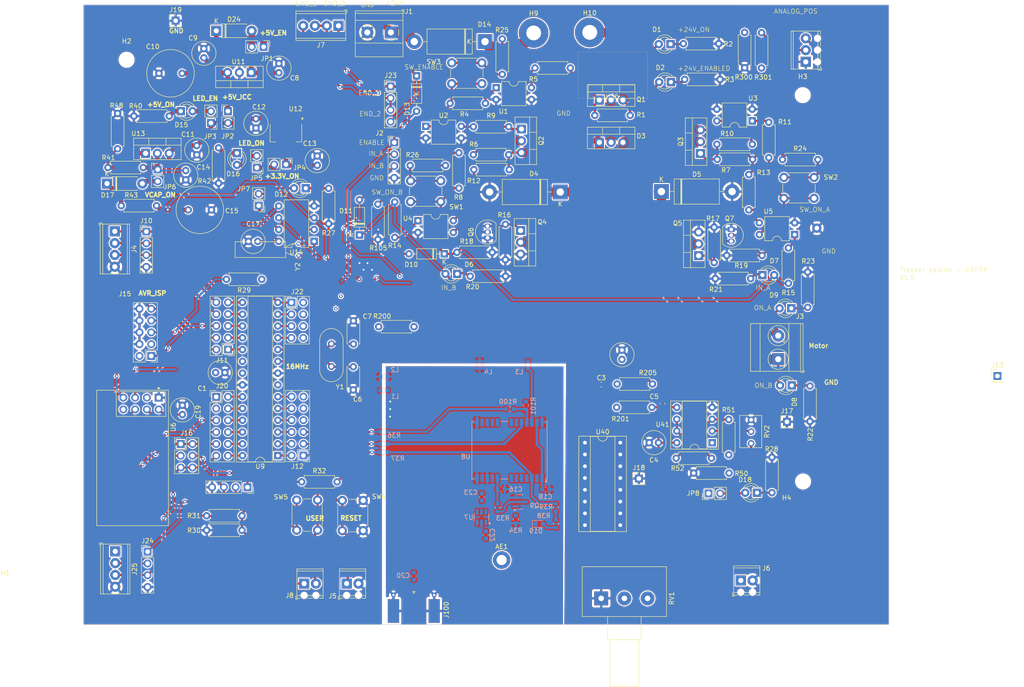
<source format=kicad_pcb>
(kicad_pcb (version 20240108) (generator "pcbnew") (generator_version "8.0")
  (layers (0 "F.Cu" signal) (31 "B.Cu" signal) (34 "B.Paste" user) (35 "F.Paste" user) (36 "B.SilkS" user "B.Silkscreen") (37 "F.SilkS" user "F.Silkscreen") (38 "B.Mask" user) (39 "F.Mask" user) (44 "Edge.Cuts" user))
  (net 0 "")
  (net 1 "+5V")
  (net 2 "GND")
  (net 3 "/Crystal/XTAl_1")
  (net 4 "Net-(D14-K)")
  (net 5 "+3.3V")
  (net 6 "+VCap")
  (net 7 "/Power_Supply/Vcapa")
  (net 8 "Net-(U7-RF2)")
  (net 9 "/Crystal/XTAl_2")
  (net 10 "Net-(D15-A)")
  (net 11 "+24V")
  (net 12 "/Motors/IN_A")
  (net 13 "Net-(D15-K)")
  (net 14 "Net-(D17-K)")
  (net 15 "Net-(D16-A)")
  (net 16 "/RST")
  (net 17 "Net-(D16-K)")
  (net 18 "Net-(U7-RF1)")
  (net 19 "Net-(JP2-A)")
  (net 20 "Net-(JP4-A)")
  (net 22 "Net-(J22-Pin_5)")
  (net 23 "Net-(U13-ADJ)")
  (net 24 "Net-(U7-RFC)")
  (net 25 "Net-(U14-X2)")
  (net 26 "Net-(U14-X1)")
  (net 27 "/UserActions/Button")
  (net 28 "/MCU/PD5-D5~")
  (net 29 "Net-(U40A-RCext)")
  (net 30 "Net-(D17-A)")
  (net 31 "+VCC_Motor")
  (net 32 "Net-(Q1-G)")
  (net 33 "Net-(Q3-G)")
  (net 34 "Net-(Q5-G)")
  (net 35 "Net-(D4-K)")
  (net 36 "Net-(D5-K)")
  (net 37 "Net-(D6-K)")
  (net 38 "Net-(D7-K)")
  (net 39 "Net-(D1-A)")
  (net 40 "Net-(D8-K)")
  (net 41 "Net-(SW2A-B)")
  (net 42 "Net-(SW3A-B)")
  (net 43 "Net-(SW1A-B)")
  (net 44 "Net-(J9-Pin_2)")
  (net 45 "Net-(D1-K)")
  (net 46 "Net-(D2-K)")
  (net 47 "Net-(R9-Pad1)")
  (net 48 "Net-(R12-Pad2)")
  (net 49 "Net-(R13-Pad2)")
  (net 50 "Net-(R15-Pad1)")
  (net 51 "Net-(D9-K)")
  (net 52 "Net-(R11-Pad1)")
  (net 53 "Net-(R10-Pad1)")
  (net 54 "Net-(R5-Pad1)")
  (net 55 "Net-(R4-Pad2)")
  (net 56 "/Motors/IN_B")
  (net 57 "Net-(D24-K)")
  (net 58 "Net-(D24-A)")
  (net 59 "Net-(R14-Pad2)")
  (net 60 "Net-(R8-Pad2)")
  (net 61 "/Motors/ENABLE")
  (net 62 "/GNSS/RX")
  (net 63 "/MCU/PD4-D4")
  (net 64 "/GNSS/TX")
  (net 65 "Net-(J100-In)")
  (net 66 "Net-(U41A-+)")
  (net 67 "Net-(D12-A)")
  (net 68 "Net-(U40A-Q)")
  (net 69 "Net-(U41A--)")
  (net 70 "/MCU/PD3-D3-(INT1)~")
  (net 71 "/MCU/PB2-D10~")
  (net 72 "/MCU/PB1-D9~")
  (net 73 "/MCU/PB0-D8")
  (net 74 "Net-(U8-RF_IN)")
  (net 75 "Net-(J13-Pin_1)")
  (net 76 "/MCU/MOSI")
  (net 77 "/MCU/PC1-A1")
  (net 78 "/MCU/CLK")
  (net 80 "Net-(J23-Pin_2)")
  (net 81 "Net-(J23-Pin_1)")
  (net 82 "Net-(Q2-G)")
  (net 83 "Net-(Q4-G)")
  (net 84 "Net-(D12-K)")
  (net 85 "Net-(JP7-A)")
  (net 86 "Net-(U41B-+)")
  (net 87 "Net-(U41B--)")
  (net 88 "Net-(D18-K)")
  (net 89 "Net-(D18-A)")
  (net 91 "/MCU/MISO")
  (net 92 "Net-(AE1-A)")
  (net 93 "/MCU/PD2-D2-(INT0)")
  (net 94 "/MCU/PC0-A0")
  (net 95 "/GNSS/~{INTERNAL_ANTENNA}")
  (net 96 "Net-(U8-TIMEPULSE)")
  (net 97 "/MCU/PC3-A3")
  (net 98 "GND_GNSS")
  (net 99 "+3.3V_GNSS")
  (net 100 "/MCU/PD6-D6~")
  (net 101 "Net-(Q9-D)")
  (net 102 "/TIMEPULSE")
  (net 103 "Net-(U8-TXD{slash}SPI_MISO)")
  (net 104 "Net-(U8-RXD{slash}SPI_MOSI)")
  (net 105 "Net-(R38-Pad2)")
  (net 106 "Net-(D19-A)")
  (net 107 "/MCU/PB0")
  (net 108 "Net-(J11-Pin_3)")
  (net 109 "Net-(J11-Pin_9)")
  (net 110 "Net-(J11-Pin_7)")
  (net 111 "Net-(J11-Pin_1)")
  (net 112 "Net-(J11-Pin_5)")
  (net 113 "Net-(J12-Pin_2)")
  (net 114 "/V_{A_{2}}")
  (net 115 "Net-(J12-Pin_8)")
  (net 116 "Net-(J12-Pin_4)")
  (net 117 "Net-(J12-Pin_12)")
  (net 118 "Net-(J12-Pin_6)")
  (net 119 "Net-(J12-Pin_10)")
  (net 123 "Net-(J20-Pin_8)")
  (net 124 "Net-(J20-Pin_2)")
  (net 125 "Net-(J20-Pin_10)")
  (net 127 "Net-(J20-Pin_4)")
  (net 128 "Net-(J20-Pin_6)")
  (net 130 "Net-(J20-Pin_12)")
  (net 133 "Net-(J22-Pin_7)")
  (net 134 "Net-(J22-Pin_3)")
  (net 136 "/OLED/A")
  (net 137 "/OLED/B")
  (net 139 "Net-(R100-Pad1)")
  (net 140 "+VCap_GNSS")
  (net 141 "Net-(U40A-Cext)")
  (net 142 "/Anemometer/SCL")
  (net 143 "/Anemometer/SDA")
  (footprint "Package_DIP:DIP-4_W7.62mm" (layer "F.Cu") (at 186.415 51.685 180)
    (property "Reference" "U3")
    (property "Value" "PC817")
  )
  (footprint "Capacitor_SMD:C_0603_1608Metric" (layer "F.Cu") (at 153.885 108.5)
    (property "Reference" "C3")
    (property "Value" "100nF")
  )
  (footprint "Connector_PinHeader_2.54mm:PinHeader_1x02_P2.54mm_Vertical" (layer "F.Cu") (at 79.63 61.755 180)
    (property "Reference" "JP5")
    (property "Value" "Jumper")
  )
  (footprint "LED_THT:LED_D3.0mm" (layer "F.Cu") (at 90.19 66.2 180)
    (property "Reference" "D12")
    (property "Value" "LED")
  )
  (footprint "Connector_PinHeader_2.54mm:PinHeader_2x06_P2.54mm_Vertical" (layer "F.Cu") (at 70.88 111.15)
    (property "Reference" "J20")
    (property "Value" "Conn_02x06_Odd_Even")
  )
  (footprint "Capacitor_THT:C_Radial_D10.0mm_H16.0mm_P5.00mm" (layer "F.Cu") (at 63.53 41.42 180)
    (property "Reference" "C10")
    (property "Value" "1mF")
  )
  (footprint "Package_TO_SOT_THT:TO-220-3_Vertical" (layer "F.Cu") (at 136.67 53.435 -90)
    (property "Reference" "Q2")
    (property "Value" "IRF4905")
  )
  (footprint "Connector_PinHeader_2.54mm:PinHeader_1x02_P2.54mm_Vertical" (layer "F.Cu") (at 69.74 52.135 180)
    (property "Reference" "JP3")
    (property "Value" "Jumper")
  )
  (footprint "Resistor_THT:R_Axial_DIN0207_L6.3mm_D2.5mm_P7.62mm_Horizontal" (layer "F.Cu") (at 125.632 85.164)
    (property "Reference" "R20")
    (property "Value" "270")
  )
  (footprint "Diode_THT:D_DO-201AD_P15.24mm_Horizontal" (layer "F.Cu") (at 166.843 66.911)
    (property "Reference" "D5")
    (property "Value" "1N5408")
  )
  (footprint "Connector_PinHeader_2.54mm:PinHeader_2x05_P2.54mm_Vertical" (layer "F.Cu") (at 73.44 100.95 180)
    (property "Reference" "J11")
    (property "Value" "Conn_02x05_Odd_Even")
  )
  (footprint "Resistor_THT:R_Axial_DIN0207_L6.3mm_D2.5mm_P7.62mm_Horizontal" (layer "F.Cu") (at 171.577 35.026)
    (property "Reference" "R2")
    (property "Value" "3.3K")
  )
  (footprint "Resistor_THT:R_Axial_DIN0207_L6.3mm_D2.5mm_P7.62mm_Horizontal" (layer "F.Cu") (at 49.62 50.07 -90)
    (property "Reference" "R48")
    (property "Value" "100")
  )
  (footprint "Diode_THT:D_DO-41_SOD81_P7.62mm_Horizontal" (layer "F.Cu") (at 47.34 65.19)
    (property "Reference" "D17")
    (property "Value" "1N4818")
  )
  (footprint "Package_DIP:DIP-4_W7.62mm" (layer "F.Cu") (at 116.07 52.835)
    (property "Reference" "U2")
    (property "Value" "PC817")
  )
  (footprint "Connector_PinSocket_2.54mm:PinSocket_1x04_P2.54mm_Vertical" (layer "F.Cu") (at 77.61 130.64 -90)
    (property "Reference" "J14" (hide yes))
    (property "Value" "OLED_SOCKET")
  )
  (footprint "Resistor_THT:R_Axial_DIN0207_L6.3mm_D2.5mm_P7.62mm_Horizontal" (layer "F.Cu") (at 170.02 124.38)
    (property "Reference" "R50")
    (property "Value" "10k")
  )
  (footprint "Connector_PinHeader_2.54mm:PinHeader_1x01_P2.54mm_Vertical" (layer "F.Cu") (at 193.91 116.54)
    (property "Reference" "J17")
    (property "Value" "GND")
  )
  (footprint "Potentiometer_THT:Potentiometer_Alps_RK163_Single_Horizontal" (layer "F.Cu") (at 153.86 154.6 90)
    (property "Reference" "RV1")
    (property "Value" "R_Potentiometer")
  )
  (footprint "Resistor_THT:R_Axial_DIN0207_L6.3mm_D2.5mm_P7.62mm_Horizontal" (layer "F.Cu") (at 121.29 47.89)
    (property "Reference" "R4")
    (property "Value" "120")
  )
  (footprint "LED_THT:LED_D3.0mm" (layer "F.Cu") (at 168.812 35.126 180)
    (property "Reference" "D1")
    (property "Value" "LED")
  )
  (footprint "Package_DIP:DIP-4_W7.62mm" (layer "F.Cu") (at 131.22 44.524)
    (property "Reference" "U1")
    (property "Value" "PC817")
  )
  (footprint "HeatSink:HeastSink_MOSFET_15mm_10mm_20mm" (layer "F.Cu") (at 174.908 78.052 90)
    (property "Reference" "HS4")
    (property "Value" "Heatsink")
  )
  (footprint "Connector_PinHeader_2.54mm:PinHeader_1x02_P2.54mm_Vertical" (layer "F.Cu") (at 85.9175 61.06 -90)
    (property "Reference" "JP4")
    (property "Value" "Jumper")
  )
  (footprint "Resistor_THT:R_Axial_DIN0207_L6.3mm_D2.5mm_P7.62mm_Horizontal" (layer "F.Cu") (at 47.54 61.74)
    (property "Reference" "R41")
    (property "Value" "100")
  )
  (footprint "MountingHole:MountingHole_3mm" (layer "F.Cu") (at 197.38 129.4)
    (property "Reference" "H4")
    (property "Value" "MountingHole")
  )
  (footprint "Capacitor_THT:C_Radial_D10.0mm_H20.0mm_P5.00mm" (layer "F.Cu") (at 64.85 70.86)
    (property "Reference" "C15")
    (property "Value" "20F")
  )
  (footprint "HeatSink:HeastSink_MOSFET_15mm_10mm_20mm" (layer "F.Cu") (at 136.554 78.052 -90)
    (property "Reference" "HS2")
    (property "Value" "Heatsink")
  )
  (footprint "Resistor_THT:R_Axial_DIN0207_L6.3mm_D2.5mm_P7.62mm_Horizontal" (layer "F.Cu") (at 132.535 34.025 -90)
    (property "Reference" "R25")
    (property "Value" "1k")
  )
  (footprint "Diode_THT:D_DO-201AD_P15.24mm_Horizontal" (layer "F.Cu") (at 128.82 34.585 180)
    (property "Reference" "D14")
    (property "Value" "1N5408")
  )
  (footprint "Connector_PinHeader_2.54mm:PinHeader_1x02_P2.54mm_Vertical" (layer "F.Cu") (at 80.04 69.94 180)
    (property "Reference" "JP7")
    (property "Value" "Jumper")
  )
  (footprint "Capacitor_THT:C_Radial_D5.0mm_H11.0mm_P2.00mm" (layer "F.Cu") (at 72.75 105.925 180)
    (property "Reference" "C1")
    (property "Value" "100nF")
  )
  (footprint "Resistor_THT:R_Axial_DIN0207_L6.3mm_D2.5mm_P7.62mm_Horizontal" (layer "F.Cu") (at 173.8 127.59)
    (property "Reference" "R52")
    (property "Value" "10k")
  )
  (footprint "TerminalBlock_Phoenix:TerminalBlock_Phoenix_MPT-0,5-2-2.54_1x02_P2.54mm_Horizontal" (layer "F.Cu") (at 183.96 150.74)
    (property "Reference" "J6")
    (property "Value" "Wind")
  )
  (footprint "Connector_PinHeader_2.54mm:PinHeader_1x04_P2.54mm_Vertical" (layer "F.Cu") (at 56.09 144.53)
    (property "Reference" "J24")
    (property "Value" "PinHeader_Control")
  )
  (footprint "Connector_PinHeader_2.54mm:PinHeader_1x02_P2.54mm_Vertical" (layer "F.Cu") (at 81.095 35.72 -90)
    (property "Reference" "JP1")
    (property "Value" "Jumper")
  )
  (footprint "Connector_PinHeader_2.54mm:PinHeader_1x02_P2.54mm_Vertical" (layer "F.Cu") (at 73.4 49.59)
    (property "Reference" "JP2")
    (property "Value" "Jumper")
  )
  (footprint "Resistor_THT:R_Axial_DIN0207_L6.3mm_D2.5mm_P7.62mm_Horizontal" (layer "F.Cu") (at 134.045 62.185 180)
    (property "Reference" "R12")
    (property "Value" "1K")
  )
  (footprint "Capacitor_THT:C_Disc_D4.7mm_W2.5mm_P5.00mm" (layer "F.Cu") (at 100.45 94.78 -90)
    (property "Reference" "C7")
    (property "Value" "22pF")
  )
  (footprint "Package_TO_SOT_THT:TO-220-3_Vertical" (layer "F.Cu") (at 153.465 47.185)
    (property "Reference" "Q1")
    (property "Value" "IRF4905")
  )
  (footprint "LED_THT:LED_D3.0mm" (layer "F.Cu") (at 168.895 43.31 180)
    (property "Reference" "D2")
    (property "Value" "LED")
  )
  (footprint "LED_THT:LED_D3.0mm" (layer "F.Cu") (at 122.838 84.656 180)
    (property "Reference" "D6")
    (property "Value" "LED")
  )
  (footprint "Resistor_THT:R_Axial_DIN0207_L6.3mm_D2.5mm_P7.62mm_Horizontal" (layer "F.Cu") (at 89.31 129.49)
    (property "Reference" "R32")
    (property "Value" "2.2k")
  )
  (footprint "Resistor_THT:R_Axial_DIN0207_L6.3mm_D2.5mm_P7.62mm_Horizontal" (layer "F.Cu") (at 133.93 58.96 180)
    (property "Reference" "R6")
    (property "Value" "1K")
  )
  (footprint "Package_DIP:DIP-16_W7.62mm_Socket" (layer "F.Cu") (at 150.36 121.04)
    (property "Reference" "U40")
    (property "Value" "74HC123")
  )
  (footprint "Package_DIP:DIP-4_W7.62mm" (layer "F.Cu") (at 114.37 73.185)
    (property "Reference" "U4")
    (property "Value" "PC817")
  )
  (footprint "Package_TO_SOT_THT:TO-220-3_Vertical" (layer "F.Cu") (at 55.66 58.67)
    (property "Reference" "U13")
    (property "Value" "LM317_TO-220")
  )
  (footprint "Resistor_THT:R_Axial_DIN0207_L6.3mm_D2.5mm_P7.62mm_Horizontal" (layer "F.Cu") (at 133.22 73.975 -90)
    (property "Reference" "R16")
    (property "Value" "100k")
  )
  (footprint "MountingHole:MountingHole_3mm" (layer "F.Cu") (at 30.08 148.61)
    (property "Reference" "H1")
    (property "Value" "MountingHole")
  )
  (footprint "Diode_THT:D_DO-35_SOD27_P7.62mm_Horizontal" (layer "F.Cu") (at 120.044 80.338 180)
    (property "Reference" "D10")
    (property "Value" "1N4148")
  )
  (footprint "Connector_PinHeader_2.54mm:PinHeader_2x06_P2.54mm_Vertical" (layer "F.Cu") (at 89.67 123.81 180)
    (property "Reference" "J12")
    (property "Value" "Conn_02x06_Odd_Even")
  )
  (footprint "TerminalBlock_Phoenix:TerminalBlock_Phoenix_MPT-0,5-4-2.54_1x04_P2.54mm_Horizontal" (layer "F.Cu") (at 49.12 144.47 -90)
    (property "Reference" "J25")
    (property "Value" "Anemometer")
  )
  (footprint "HeatSink:HeastSink_MOSFET_15mm_10mm_20mm" (layer "F.Cu") (at 136.808 56.208 -90)
    (property "Reference" "HS1")
    (property "Value" "Heatsink")
  )
  (footprint "TerminalBlock_Phoenix:TerminalBlock_Phoenix_MPT-0,5-4-2.54_1x04_P2.54mm_Horizontal" (layer "F.Cu") (at 49.02 75.49 -90)
    (property "Reference" "J4")
    (property "Value" "Stepper")
  )
  (footprint "Resistor_THT:R_Axial_DIN0207_L6.3mm_D2.5mm_P7.62mm_Horizontal" (layer "F.Cu") (at 190.67 131.81 90)
    (property "Reference" "R28")
    (property "Value" "270")
  )
  (footprint "Crystal:Crystal_AT310_D3.0mm_L10.0mm_Horizontal" (layer "F.Cu") (at 88.65 78.15 -90)
    (property "Reference" "Y2")
    (property "Value" "16MHz")
  )
  (footprint "Diode_THT:D_DO-41_SOD81_P7.62mm_Horizontal" (layer "F.Cu") (at 70.9 32.26)
    (property "Reference" "D24")
    (property "Value" "1N4818")
  )
  (footprint "Connector_PinHeader_2.54mm:PinHeader_1x01_P2.54mm_Vertical" (layer "F.Cu") (at 161.99 128.76)
    (property "Reference" "J18")
    (property "Value" "GND")
  )
  (footprint "Connector_PinHeader_2.54mm:PinHeader_1x02_P2.54mm_Vertical" (layer "F.Cu") (at 176.99 131.97 90)
    (property "Reference" "JP8")
    (property "Value" "Jumper")
  )
  (footprint "Capacitor_THT:C_Radial_D5.0mm_H11.0mm_P2.00mm" (layer "F.Cu") (at 63.59 114.98 90)
    (property "Reference" "C19")
    (property "Value" "100nF")
  )
  (footprint "Package_TO_SOT_THT:TO-220-3_Vertical" (layer "F.Cu") (at 174.868 80.73 90)
    (property "Reference" "Q5")
    (property "Value" "IRF520")
  )
  (footprint "Resistor_THT:R_Axial_DIN0207_L6.3mm_D2.5mm_P7.62mm_Horizontal" (layer "F.Cu") (at 123.195 66.17 90)
    (property "Reference" "R8")
    (property "Value" "120")
  )
  (footprint "MountingHole:MountingHole_3.2mm_M3_Pad" (layer "F.Cu") (at 151.4 32.6)
    (property "Reference" "H10")
    (property "Value" "MountingHole_Pad")
  )
  (footprint "Resistor_THT:R_Axial_DIN0207_L6.3mm_D2.5mm_P7.62mm_Horizontal" (layer "F.Cu") (at 126.31 52.935)
    (property "Reference" "R9")
    (property "Value" "2.2K")
  )
  (footprint "Resistor_THT:R_Axial_DIN0207_L6.3mm_D2.5mm_P7.62mm_Horizontal" (layer "F.Cu") (at 192.942 60.018)
    (property "Reference" "R24")
    (property "Value" "2.7k")
  )
  (footprint "Resistor_THT:R_Axial_DIN0207_L6.3mm_D2.5mm_P7.62mm_Horizontal" (layer "F.Cu") (at 95.11 66.22 -90)
    (property "Reference" "R27")
    (property "Value" "270")
  )
  (footprint "Resistor_THT:R_Axial_DIN0207_L6.3mm_D2.5mm_P7.62mm_Horizontal" (layer "F.Cu") (at 171.86 42.735)
    (property "Reference" "R3")
    (property "Value" "3.3K")
  )
  (footprint "Package_DIP:DIP-8_W7.62mm_Socket" (layer "F.Cu") (at 177.78 121.06 180)
    (property "Reference" "U41")
    (property "Value" "LM358")
  )
  (footprint "Connector_PinHeader_2.54mm:PinHeader_1x04_P2.54mm_Vertical" (layer "F.Cu") (at 108.47 44.23)
    (property "Reference" "J23")
    (property "Value" "END_STOP_header")
  )
  (footprint "Capacitor_THT:C_Radial_D5.0mm_H11.0mm_P2.00mm" (layer "F.Cu") (at 92.6575 61.25 90)
    (property "Reference" "C13")
    (property "Value" "100nF")
  )
  (footprint "Resistor_THT:R_Axial_DIN0207_L6.3mm_D2.5mm_P7.62mm_Horizontal" (layer "F.Cu") (at 122.76 80.01)
    (property "Reference" "R18")
    (property "Value" "100k")
  )
  (footprint "Resistor_THT:R_Axial_DIN0207_L6.3mm_D2.5mm_P7.62mm_Horizontal" (layer "F.Cu") (at 105.74 69.624 -90)
    (property "Reference" "R105")
    (property "Value" "10k")
  )
  (footprint "Capacitor_THT:C_Radial_D5.0mm_H11.0mm_P2.00mm" (layer "F.Cu") (at 68.22 38.1 90)
    (property "Reference" "C9")
    (property "Value" "100nF")
  )
  (footprint "Resistor_THT:R_Axial_DIN0207_L6.3mm_D2.5mm_P7.62mm_Horizontal" (layer "F.Cu") (at 188.43 32.66 -90)
    (property "Reference" "R301")
    (property "Value" "10k")
  )
  (footprint "Button_Switch_THT:SW_PUSH_6mm_H8mm" (layer "F.Cu") (at 92.73 133.4 -90)
    (property "Reference" "SW5")
    (property "Value" "SW_User")
  )
  (footprint "Resistor_THT:R_Axial_DIN0207_L6.3mm_D2.5mm_P7.62mm_Horizontal" (layer "F.Cu") (at 60.76 50.64 180)
    (property "Reference" "R40")
    (property "Value" "270")
  )
  (footprint "LED_THT:LED_D3.0mm" (layer "F.Cu") (at 63.245 49.58)
    (property "Reference" "D15")
    (property "Value" "LED")
  )
  (footprint "MountingHole:MountingHole_3mm" (layer "F.Cu") (at 51.57 38.5)
    (property "Reference" "H2")
    (property "Value" "MountingHole")
  )
  (footprint "Resistor_THT:R_Axial_DIN0207_L6.3mm_D2.5mm_P7.62mm_Horizontal" (layer "F.Cu") (at 188.545 80.685 180)
    (property "Reference" "R19")
    (property "Value" "100k")
  )
  (footprint "Resistor_THT:R_Axial_DIN0207_L6.3mm_D2.5mm_P7.62mm_Horizontal" (layer "F.Cu") (at 68.82 136.79)
    (property "Reference" "R31")
    (property "Value" "1k")
  )
  (footprint "TerminalBlock_Phoenix:TerminalBlock_Phoenix_MPT-0,5-2-2.54_1x02_P2.54mm_Horizontal" (layer "F.Cu") (at 89.83 151.41)
    (property "Reference" "J8")
    (property "Value" "USR_BTN")
  )
  (footprint "Potentiometer_THT:Potentiometer_Bourns_3266Y_Vertical" (layer "F.Cu") (at 186.18 121.19 -90)
    (property "Reference" "RV2")
    (property "Value" "R_Potentiometer")
  )
  (footprint "Resistor_THT:R_Axial_DIN0207_L6.3mm_D2.5mm_P7.62mm_Horizontal" (layer "F.Cu") (at 157.19 113.42)
    (property "Reference" "R201")
    (property "Value" "10k")
  )
  (footprint "Connector_PinHeader_2.54mm:PinHeader_1x02_P2.54mm_Vertical" (layer "F.Cu") (at 58.26 62.165)
    (property "Reference" "JP6")
    (property "Value" "Jumper")
  )
  (footprint "Package_TO_SOT_THT:TO-92_Inline" (layer "F.Cu") (at 129.355 76.905 90)
    (property "Reference" "Q6")
    (property "Value" "2N7000")
  )
  (footprint "MountingHole:MountingHole_3mm" (layer "F.Cu") (at 197.31 46.13)
    (property "Reference" "H3")
    (property "Value" "MountingHole")
  )
  (footprint "HeatSink:HeastSink_MOSFET_15mm_10mm_20mm" (layer "F.Cu") (at 175.162 55.954 90)
    (property "Reference" "HS3")
    (property "Value" "Heatsink")
  )
  (footprint "LED_THT:LED_D3.0mm" (layer "F.Cu") (at 194.955 108.7 180)
    (property "Reference" "D8")
    (property "Value" "LED")
  )
  (footprint "Resistor_THT:R_Axial_DIN0207_L6.3mm_D2.5mm_P7.62mm_Horizontal" (layer "F.Cu") (at 186.43 56.71 180)
    (property "Reference" "R10")
    (property "Value" "2.2K")
  )
  (footprint "Resistor_THT:R_Axial_DIN0207_L6.3mm_D2.5mm_P7.62mm_Horizontal" (layer "F.Cu") (at 76.44 139.92 180)
    (property "Reference" "R30")
    (property "Value" "1k")
  )
  (footprint "HeatSink:HeastSink_MOSFET_15mm_10mm_20mm" (layer "F.Cu") (at 156.28 46.89)
    (property "Reference" "HS5")
    (property "Value" "Heatsink")
  )
  (footprint "Resistor_THT:R_Axial_DIN0207_L6.3mm_D2.5mm_P7.62mm_Horizontal" (layer "F.Cu") (at 120.298 61.288 180)
    (property "Reference" "R26")
    (property "Value" "2.7k")
  )
  (footprint "Resistor_THT:R_Axial_DIN0207_L6.3mm_D2.5mm_P7.62mm_Horizontal" (layer "F.Cu") (at 139.59 40.27)
    (property "Reference" "R5")
    (property "Value" "2.2K")
  )
  (footprint "Capacitor_THT:C_Radial_D5.0mm_H11.0mm_P2.00mm" (layer "F.Cu") (at 79.4475 51.22 -90)
    (property "Reference" "C12")
    (property "Value" "100nF")
  )
  (footprint "Holes:Hole_1mm_Scope" (layer "F.Cu") (at 200.35 74.79)
    (property "Reference" "H8" (hide yes))
    (property "Value" "Probe_GND")
  )
  (footprint "Package_TO_SOT_THT:TO-220-3_Vertical" (layer "F.Cu") (at 78.42 41.25 180)
    (property "Reference" "U11")
    (property "Value" "L7805")
  )
  (footprint "Resistor_THT:R_Axial_DIN0207_L6.3mm_D2.5mm_P7.62mm_Horizontal" (layer "F.Cu") (at 178.21 82.22 90)
    (property "Reference" "R17")
    (property "Value" "100k")
  )
  (footprint "Capacitor_THT:C_Radial_D5.0mm_H11.0mm_P2.00mm" (layer "F.Cu") (at 66.7 56.99 -90)
    (property "Reference" "C11")
    (property "Value" "100nF")
  )
  (footprint "LED_THT:LED_D3.0mm" (layer "F.Cu") (at 194.85 92.08 180)
    (property "Reference" "D9")
    (property "Value" "LED")
  )
  (footprint "Resistor_THT:R_Axial_DIN0207_L6.3mm_D2.5mm_P7.62mm_Horizontal" (layer "F.Cu") (at 198.38 91.87 90)
    (property "Reference" "R23")
    (property "Value" "3.3K")
  )
  (footprint "TerminalBlock_Phoenix:TerminalBlock_Phoenix_MKDS-3-2-5.08_1x02_P5.08mm_Horizontal" (layer "F.Cu") (at 192.02 103.05 90)
    (property "Reference" "J3")
    (property "Value" "Motor")
  )
  (footprint "LED_THT:LED_D3.0mm" (layer "F.Cu") (at 188.614 84.91)
    (property "Reference" "D7")
    (property "Value" "LED")
  )
  (footprint "Button_Switch_THT:SW_PUSH_6mm_H8mm" (layer "F.Cu") (at 199.748 68.364 180)
    (property "Reference" "SW2")
    (property "Value" "SW_B")
  )
  (footprint "LED_THT:LED_D3.0mm" (layer "F.Cu") (at 187.45 131.83 180)
    (property "Reference" "D18")
    (property "Value" "LED")
  )
  (footprint "TerminalBlock_Phoenix:TerminalBlock_Phoenix_MPT-0,5-2-2.54_1x02_P2.54mm_Horizontal" (layer "F.Cu") (at 99 151.41)
    (property "Reference" "J5")
    (property "Value" "USR_BTN")
  )
  (footprint "Connector_Coaxial:SMA_Molex_73251-1153_EdgeMount_Horizontal" (layer "F.Cu") (at 113.47 155.6 90)
    (property "Reference" "J100")
    (property "Value" "132134")
  )
  (footprint "Package_TO_SOT_THT:TO-220-3_Vertical" (layer "F.Cu") (at 153.465 56.31)
    (property "Reference" "D3")
    (property "Value" "D_Dual_CommonCathode_AAK")
  )
  (footprint "Capacitor_THT:C_Radial_D5.0mm_H11.0mm_P2.00mm" (layer "F.Cu") (at 77.83 77.65)
    (property "Reference" "C17")
    (property "Value" "100nF")
  )
  (footprint "Diode_THT:D_DO-35_SOD27_P7.62mm_Horizontal" (layer "F.Cu") (at 101.756 76.274 90)
    (property "Reference" "D11")
    (property "Value" "1N4148")
  )
  (footprint "Resistor_THT:R_Axial_DIN0207_L6.3mm_D2.5mm_P7.62mm_Horizontal" (layer "F.Cu") (at 194.212 79.068 -90)
    (property "Reference" "R15")
    (property "Value" "120")
  )
  (footprint "Resistor_THT:R_Axial_DIN0207_L6.3mm_D2.5mm_P7.62mm_Horizontal" (layer "F.Cu") (at 198.87 108.83 -90)
    (property "Reference" "R22")
    (property "Value" "3.3K")
  )
  (footprint "Button_Switch_THT:SW_PUSH_6mm_H8mm" (layer "F.Cu") (at 119.282 69.09 180)
    (property "Reference" "SW1")
    (property "Value" "SW_A")
  )
  (footprint "Diode_THT:D_DO-35_SOD27_P7.62mm_Horizontal" (layer "F.Cu") (at 114.07 41.97 -90)
    (property "Reference" "D13")
    (property "Value" "1N4148")
  )
  (footprint "Package_DIP:DIP-28_W7.62mm_Socket" (layer "F.Cu") (at 84.17 123.83 180)
    (property "Reference" "U9")
    (property "Value" "ATmega328P-P")
  )
  (footprint "Resistor_THT:R_Axial_DIN0207_L6.3mm_D2.5mm_P7.62mm_Horizontal" (layer "F.Cu") (at 181.36 116.04 -90)
    (property "Reference" "R51")
    (property "Value" "10k")
  )
  (footprint "TerminalBlock_Phoenix:TerminalBlock_Phoenix_MKDS-1,5-2-5.08_1x02_P5.08mm_Horizontal" (layer "F.Cu") (at 108.53 32.61 180)
    (property "Reference" "J1")
    (property "Value" "+24V")
  )
  (footprint "Capacitor_SMD:C_0603_1608Metric" (layer "F.Cu") (at 167.06 112.625 90)
    (property "Reference" "C5")
    (property "Value" "100nF")
  )
  (footprint "Connector_PinHeader_2.54mm:PinHeader_1x04_P2.54mm_Vertical" (layer "F.Cu") (at 109.26 56.33)
    (property "Reference" "J2")
    (property "Value" "PinHeader_Control")
  )
  (footprint "Connector_PinHeader_2.54mm:PinHeader_1x04_P2.54mm_Vertical" (layer "F.Cu") (at 55.82 75.53)
    (property "Reference" "J10")
    (property "Value" "PinHeader_Control")
  )
  (footprint "Resistor_THT:R_Axial_DIN0207_L6.3mm_D2.5mm_P7.62mm_Horizontal" (layer "F.Cu") (at 164.91 108.39 180)
    (property "Reference" "R205")
    (property "Value" "10k")
  )
  (footprint "Resistor_THT:R_Axial_DIN0207_L6.3mm_D2.5mm_P7.62mm_Horizontal" (layer "F.Cu") (at 185.685 63.25 -90)
    (property "Reference" "R13")
    (property "Value" "1K")
  )
  (footprint "TerminalBlock_Phoenix:TerminalBlock_Phoenix_MPT-0,5-3-2.54_1x03_P2.54mm_Horizontal" (layer "F.Cu") (at 197.96 38.96 90)
    (property "Reference" "J9" (hide yes))
    (property "Value" "Analog_Position")
  )
  (footprint "Capacitor_THT:C_Disc_D4.7mm_W2.5mm_P5.00mm" (layer "F.Cu") (at 100.43 109.67 90)
    (property "Reference" "C6")
    (property "Value" "22pF")
  )
  (footprint "Connector_PinHeader_2.54mm:PinHeader_2x05_P2.54mm_Vertical" (layer "F.Cu") (at 56.88 102.34 180)
    (property "Reference" "J15")
    (property "Value" "SPI_Programming")
  )
  (footprint "Package_DIP:DIP-4_W7.62mm" (layer "F.Cu") (at 195.57 76.185 180)
    (property "Reference" "U5")
    (property "Value" "PC817")
  )
  (footprint "Capacitor_THT:C_Radial_D5.0mm_H11.0mm_P2.00mm" (layer "F.Cu") (at 64.32 62.38 -90)
    (property "Reference" "C14")
    (property "Value" "100nF")
  )
  (footprint "Connector_PinHeader_2.54mm:PinHeader_2x04_P2.54mm_Vertical" (layer "F.Cu") (at 87.09 90.83)
    (property "Reference" "J22")
    (property "Value" "Conn_02x04_Odd_Even")
  )
  (footprint "MountingHole:MountingHole_3.2mm_M3_Pad" (layer "F.Cu") (at 139.31 32.72)
    (property "Reference" "H9")
    (property "Value" "MountingHole_Pad")
  )
  (footprint "Resistor_THT:R_Axial_DIN0207_L6.3mm_D2.5mm_P7.62mm_Horizontal" (layer "F.Cu") (at 80.71 85.82 180)
    (property "Reference" "R29")
    (property "Value" "10k")
  )
  (footprint "Resistor_THT:R_Axial_DIN0207_L6.3mm_D2.5mm_P7.62mm_Horizontal" (layer "F.Cu") (at 113.52 96.04 180)
    (property "Reference" "R200")
    (property "Value" "470k")
  )
  (footprint "Capacitor_THT:C_Radial_D5.0mm_H11.0mm_P2.00mm" (layer "F.Cu") (at 166.22 121.04 180)
    (property "Reference" "C4")
    (property "Value" "100nF")
  )
  (footprint "Resistor_THT:R_Axial_DIN0207_L6.3mm_D2.5mm_P7.62mm_Horizontal" (layer "F.Cu") (at 50.4 69.95)
    (property "Reference" "R43")
    (property "Value" "100")
  )
  (footprint "Package_TO_SOT_SMD:SOT-223-3_TabPin2" (layer "F.Cu") (at 85.91 54.29 -90)
    (property "Reference" "U12")
    (property "Value" "AMS1117-3.3")
  )
  (footprint "Connector_PinHeader_2.54mm:PinHeader_1x01_P2.54mm_Vertical" (layer "F.Cu") (at 62.13 30.07)
    (property "Reference" "J19")
    (property "Value" "GND")
  )
  (footprint "LED_THT:LED_D3.0mm" (layer "F.Cu") (at 75.35 58.62 -90)
    (property "Reference" "D16")
    (property "Value" "LED")
  )
  (footprint "Connector_PinHeader_2.54mm:PinHeader_1x01_P2.54mm_Vertical" (layer "F.Cu") (at 239.27 106.67)
    (property "Reference" "J13")
    (property "Value" "RAW_data_Wind")
  )
  (footprint "Button_Switch_THT:SW_PUSH_6mm_H8mm" (layer "F.Cu") (at 128.145 43.66 180)
    (property "Reference" "SW3")
    (property "Value" "SW_E")
  )
  (footprint "Package_TO_SOT_THT:TO-220-3_Vertical" (layer "F.Cu") (at 136.486 75.304 -90)
    (property "Reference" "Q4")
    (property "Value" "IRF520")
  )
  (footprint "Capacitor_THT:C_Radial_D5.0mm_H11.0mm_P2.00mm" (layer "F.Cu") (at 84.39 41.31 90)
    (property "Reference" "C8")
    (property "Value" "100nF")
  )
  (footprint "Crystal:Crystal_HC49-4H_Vertical" (layer "F.Cu") (at 95.71 99.73 -90)
    (property "Reference" "Y1")
    (property "Value" "16MHz")
  )
  (footprint "RF_Module:nRF24L01_Breakout" (layer "F.Cu") (at 58.48 111.33 -90)
    (property "Reference" "U6")
    (property "Value" "NRF24L01_Breakout")
  )
  (footprint "TerminalBlock_Phoenix:TerminalBlock_Phoenix_MPT-0,5-4-2.54_1x04_P2.54mm_Horizontal" (layer "F.Cu") (at 97.24 31.17 180)
    (property "Reference" "J7")
    (property "Value" "END_STOP_1_2")
  )
  (footprint "Package_TO_SOT_THT:TO-92_Inline" (layer "F.Cu") (at 181.895 75.06 -90)
    (property "Reference" "Q7")
    (property "Value" "2N7000")
  )
  (footprint "Resistor_THT:R_Axial_DIN0207_L6.3mm_D2.5mm_P7.62mm_Horizontal" (layer "F.Cu") (at 184.78 40.23 90)
    (property "Reference" "R300")
    (property "Value" "10k")
  )
  (footprint "Resistor_THT:R_Axial_DIN0207_L6.3mm_D2.5mm_P7.62mm_Horizontal" (layer "F.Cu") (at 71.39 57.49 -90)
    (property "Reference" "R42")
    (property "Value" "270")
  )
  (footprint "Resistor_THT:R_Axial_DIN0207_L6.3mm_D2.5mm_P7.62mm_Horizontal" (layer "F.Cu") (at 152.485 50.485)
    (property "Reference" "R1")
    (property "Value" "1k")
  )
  (footprint "Resistor_THT:R_Axial_DIN0207_L6.3mm_D2.5mm_P7.62mm_Horizontal" (layer "F.Cu") (at 109.376 69.162 -90)
    (property "Reference" "R14")
    (property "Value" "120")
  )
  (footprint "Package_DIP:DIP-8_W7.62mm" (layer "F.Cu") (at 91.98 77.64 180)
    (property "Reference" "U14")
    (property "Value" "DS1307+")
  )
  (footprint "Diode_THT:D_DO-201AD_P15.24mm_Horizontal" (layer "F.Cu") (at 145.04 67.01 180)
    (property "Reference" "D4")
    (property "Value" "1N5408")
  )
  (footprint "Resistor_THT:R_Axial_DIN0207_L6.3mm_D2.5mm_P7.62mm_Horizontal" (layer "F.Cu") (at 186.084 85.672 180)
    (property "Reference" "R21")
    (property "Value" "270")
  )
  (footprint "Resistor_THT:R_Axial_DIN0207_L6.3mm_D2.5mm_P7.62mm_Horizontal" (layer "F.Cu") (at 189.995 51.975 -90)
    (property "Reference" "R11")
    (property "Value" "120")
  )
  (footprint "Button_Switch_THT:SW_PUSH_6mm_H8mm" (layer "F.Cu") (at 102.56 133.5 -90)
    (property "Reference" "SW4")
    (property "Value" "SW_B")
  )
  (footprint "Package_TO_SOT_THT:TO-220-3_Vertical" (layer "F.Cu") (at 175.265 58.693 90)
    (property "Reference" "Q3")
    (property "Value" "IRF4905")
  )
  (footprint "MountingHole:MountingHole_2.2mm_M2_DIN965_Pad" (layer "F.Cu") (at 132.41 146.33)
    (property "Reference" "AE1")
    (property "Value" "Internal_antenna")
  )
  (footprint "Connector_PinHeader_2.54mm:PinHeader_2x03_P2.54mm_Vertical" (layer "F.Cu") (at 63.23 121.31)
    (property "Reference" "J16")
    (property "Value" "I2C_Selector")
  )
  (footprint "Resistor_THT:R_Axial_DIN0207_L6.3mm_D2.5mm_P7.62mm_Horizontal" (layer "F.Cu") (at 186.495 59.96 180)
    (property "Reference" "R7")
    (property "Value" "1K")
  )
  (footprint "Capacitor_THT:C_Radial_D5.0mm_H11.0mm_P2.00mm" (layer "F.Cu") (at 158.34 103.09 90)
    (property "Reference" "C2" (hide yes))
    (property "Value" "100nF")
  )
  (footprint "Resistor_SMD:R_0603_1608Metric" (layer "B.Cu") (at 106.995 118.68)
    (property "Reference" "R35" (hide yes))
    (property "Value" "0")
  )
  (footprint "Resistor_SMD:R_0603_1608Metric" (layer "B.Cu") (at 144.11 138.535 90)
    (property "Reference" "R38")
    (property "Value" "330")
  )
  (footprint "Resistor_SMD:R_0603_1608Metric" (layer "B.Cu") (at 107.03 121.3)
    (property "Reference" "R36")
    (property "Value" "0")
  )
  (footprint "Inductor_SMD:L_0603_1608Metric" (layer "B.Cu") (at 138.08 104.26 -90)
    (property "Reference" "L3")
    (property "Value" "L")
  )
  (footprint "Resistor_SMD:R_0603_1608Metric" (layer "B.Cu") (at 134.165 113.79)
    (property "Reference" "R100")
    (property "Value" "1k")
  )
  (footprint "Package_TO_SOT_SMD:SOT-23-6" (layer "B.Cu") (at 128.0625 137.11 90)
    (property "Reference" "U7")
    (property "Value" "AS193-73")
  )
  (footprint "Inductor_SMD:L_0603_1608Metric" (layer "B.Cu") (at 127.65 104.25 -90)
    (property "Reference" "L4")
    (property "Value" "L")
  )
  (footprint "Resistor_SMD:R_0603_1608Metric" (layer "B.Cu") (at 135.45 137.585 90)
    (property "Reference" "R34")
    (property "Value" "10k")
  )
  (footprint "RF_GPS:ublox_NEO" (layer "B.Cu") (at 134.1 122.68 90)
    (property "Reference" "U8")
    (property "Value" "NEO-M8M")
  )
  (footprint "Resistor_SMD:R_0603_1608Metric" (layer "B.Cu") (at 137.63 113.015 -90)
    (property "Reference" "R101")
    (property "Value" "1k")
  )
  (footprint "Capacitor_SMD:C_0603_1608Metric" (layer "B.Cu") (at 113.47 149.81 90)
    (property "Reference" "C20")
    (property "Value" "100pF")
  )
  (footprint "Package_TO_SOT_SMD:SOT-23" (layer "B.Cu") (at 136.3875 133.82)
    (property "Reference" "Q9")
    (property "Value" "SI2302")
  )
  (footprint "Capacitor_SMD:C_0603_1608Metric" (layer "B.Cu") (at 132.285 131.03 180)
    (property "Reference" "C16")
    (property "Value" "100nF")
  )
  (footprint "Resistor_SMD:R_0603_1608Metric" (layer "B.Cu") (at 144.07 135 90)
    (property "Reference" "R39")
    (property "Value" "0")
  )
  (footprint "Inductor_SMD:L_0603_1608Metric" (layer "B.Cu") (at 107.0425 106.81)
    (property "Reference" "L2")
    (property "Value" "L")
  )
  (footprint "Capacitor_SMD:C_0603_1608Metric" (layer "B.Cu") (at 128.99 140.925 90)
    (property "Reference" "C22")
    (property "Value" "100pF")
  )
  (footprint "Capacitor_SMD:C_0603_1608Metric" (layer "B.Cu") (at 128.15 132.76 90)
    (property "Reference" "C23")
    (property "Value" "100pF")
  )
  (footprint "Resistor_SMD:R_0603_1608Metric" (layer "B.Cu") (at 131.52 135.045 90)
    (property "Reference" "R33")
    (property "Value" "1k")
  )
  (footprint "Capacitor_SMD:C_0603_1608Metric" (layer "B.Cu") (at 141.905 131.13 180)
    (property "Reference" "C18")
    (property "Value" "100nF")
  )
  (footprint "Inductor_SMD:L_0603_1608Metric" (layer "B.Cu") (at 107.01 109.75)
    (property "Reference" "L1")
    (property "Value" "L")
  )
  (footprint "LED_SMD:LED_0603_1608Metric" (layer "B.Cu") (at 140.5225 138.55)
    (property "Reference" "D19")
    (property "Value" "LED")
  )
  (footprint "Resistor_SMD:R_0603_1608Metric" (layer "B.Cu") (at 106.98 123.11 180)
    (property "Reference" "R37")
    (property "Value" "0")
  )
  (gr_rect (start 42.28 26.67) (end 215.87 160.24) (stroke (width 0.1)) (fill none) (layer "Edge.Cuts"))
  (gr_text "GND" (at 201.324 80.338 0) (layer "F.SilkS") (effects (font (size 1 1) (thickness 0.1)) (justify left bottom)))
  (gr_text "+3.3V_ON" (at 81.25 64.17 0) (layer "F.SilkS") (effects (font (size 1 1) (thickness 0.25) (bold yes)) (justify left bottom)))
  (gr_text "RESET" (at 97.52 137.89 0) (layer "F.SilkS") (effects (font (size 1 1) (thickness 0.25) (bold yes)) (justify left bottom)))
  (gr_text "ANALOG_POS\n" (at 191.04 28.64 0) (layer "F.SilkS") (effects (font (size 1 1) (thickness 0.1)) (justify left bottom)))
  (gr_text "AVR_ISP" (at 54.01 89.4 0) (layer "F.SilkS") (effects (font (size 1 1) (thickness 0.25) (bold yes)) (justify left bottom)))
  (gr_text "IN_B" (at 119.282 88.212 0) (layer "F.SilkS") (effects (font (size 1 1) (thickness 0.1)) (justify left bottom)))
  (gr_text "16MHz" (at 85.75 105.2 0) (layer "F.SilkS") (effects (font (size 1 1) (thickness 0.25) (bold yes)) (justify left bottom)))
  (gr_text "IN_A" (at 187.1 88.212 0) (layer "F.SilkS") (effects (font (size 1 1) (thickness 0.1)) (justify left bottom)))
  (gr_text "SW_ENABLE" (at 111.4 40.66 0) (layer "F.SilkS") (effects (font (size 1 1) (thickness 0.1)) (justify left bottom)))
  (gr_text "GND\n" (at 201.82 108.62 0) (layer "F.SilkS") (effects (font (size 1 1) (thickness 0.2) (bold yes)) (justify left bottom)))
  (gr_text "IN_B" (at 103.68 61.92 0) (layer "F.SilkS") (effects (font (size 1 1) (thickness 0.1)) (justify left bottom)))
  (gr_text "GND\n" (at 60.62 32.86 0) (layer "F.SilkS") (effects (font (size 1 1) (thickness 0.2) (bold yes)) (justify left bottom)))
  (gr_text "SW_ON_B" (at 104.296 67.638 0) (layer "F.SilkS") (effects (font (size 1 1) (thickness 0.1)) (justify left bottom)))
  (gr_text "LED_EN" (at 65.66 47.42 0) (layer "F.SilkS") (effects (font (size 1 1) (thickness 0.25) (bold yes)) (justify left bottom)))
  (gr_text "END_1" (at 101.48 46.22 0) (layer "F.SilkS") (effects (font (size 1 1) (thickness 0.1)) (justify left bottom)))
  (gr_text "ON_A" (at 186.72 92.54 0) (layer "F.SilkS") (effects (font (size 1 1) (thickness 0.1)) (justify left bottom)))
  (gr_text "VCAP_ON\n" (at 55.38 68.2 0) (layer "F.SilkS") (effects (font (size 1 1) (thickness 0.25) (bold yes)) (justify left bottom)))
  (gr_text "+5V_ICC" (at 72.04 47.12 0) (layer "F.SilkS") (effects (font (size 1 1) (thickness 0.25) (bold yes)) (justify left bottom)))
  (gr_text "USER" (at 90.03 137.93 0) (layer "F.SilkS") (effects (font (size 1 1) (thickness 0.25) (bold yes)) (justify left bottom)))
  (gr_text "ON_B" (at 186.84 109.3 0) (layer "F.SilkS") (effects (font (size 1 1) (thickness 0.1)) (justify left bottom)))
  (gr_text "LED_ON\n" (at 75.55 57.06 0) (layer "F.SilkS") (effects (font (size 1 1) (thickness 0.25) (bold yes)) (justify left bottom)))
  (gr_text "END_2" (at 94 26.95 0) (layer "F.SilkS") (effects (font (size 1 1) (thickness 0.1)) (justify left bottom)))
  (gr_text "+5V_ON" (at 55.86 48.74 0) (layer "F.SilkS") (effects (font (size 1 1) (thickness 0.25) (bold yes)) (justify left bottom)))
  (gr_text "GND\n" (at 103.89 64.56 0) (layer "F.SilkS") (effects (font (size 1 1) (thickness 0.1)) (justify left bottom)))
  (gr_text "SW_ON_A" (at 196.52 71.37 0) (layer "F.SilkS") (effects (font (size 1 1) (thickness 0.1)) (justify left bottom)))
  (gr_text "ENABLE" (at 101.58 56.93 0) (layer "F.SilkS") (effects (font (size 1 1) (thickness 0.1)) (justify left bottom)))
  (gr_text "END_2" (at 101.66 50.74 0) (layer "F.SilkS") (effects (font (size 1 1) (thickness 0.1)) (justify left bottom)))
  (gr_text "IN_A\n" (at 103.65 59.31 0) (layer "F.SilkS") (effects (font (size 1 1) (thickness 0.1)) (justify left bottom)))
  (gr_text "+24V_ENABLED" (at 170.336 40.968 0) (layer "F.SilkS") (effects (font (size 1 1) (thickness 0.1)) (justify left bottom)))
  (gr_text "Motor\n" (at 198.5 100.73 0) (layer "F.SilkS") (effects (font (size 1 1) (thickness 0.2) (bold yes)) (justify left bottom)))
  (gr_text "+24V" (at 107.21 26.92 0) (layer "F.SilkS") (effects (font (size 1 1) (thickness 0.1)) (justify left bottom)))
  (gr_text "END_1" (at 87.97 27.01 0) (layer "F.SilkS") (effects (font (size 1 1) (thickness 0.1)) (justify left bottom)))
  (gr_text "+24V_ON" (at 170.336 32.586 0) (layer "F.SilkS") (effects (font (size 1 1) (thickness 0.1)) (justify left bottom)))
  (gr_text "Tracker solaire - CREPP\nV1.0" (at 218.19 85.99 0) (layer "F.SilkS") (effects (font (size 1 1) (thickness 0.1)) (justify left bottom)))
  (gr_text "GND" (at 144.174 50.62 0) (layer "F.SilkS") (effects (font (size 1 1) (thickness 0.1)) (justify left bottom)))
  (gr_text "GND" (at 101.88 27.23 0) (layer "F.SilkS") (effects (font (size 1 1) (thickness 0.1)) (justify left bottom)))
  (gr_text "+5V_EN" (at 80.15 33.29 0) (layer "F.SilkS") (effects (font (size 1 1) (thickness 0.25) (bold yes)) (justify left bottom)))
  (segment (start 71.36 133.74) (end 64.16 133.74) (width 0.5) (layer "F.Cu") (net 1))
  (segment (start 62.42 56.99) (end 66.7 56.99) (width 1) (layer "F.Cu") (net 1))
  (segment (start 161.92 115.63) (end 161.92 110.11) (width 0.5) (layer "F.Cu") (net 1))
  (segment (start 76.48 126.3) (end 80.46 126.3) (width 0.5) (layer "F.Cu") (net 1))
  (segment (start 92.19 140.44) (end 92.73 139.9) (width 0.5) (layer "F.Cu") (net 1))
  (segment (start 72.53 130.64) (end 72.53 132.57) (width 0.5) (layer "F.Cu") (net 1))
  (segment (start 92.73 133.4) (end 92.73 139.9) (width 0.5) (layer "F.Cu") (net 1))
  (segment (start 166.22 121.04) (end 166.22 119.93) (width 0.5) (layer "F.Cu") (net 1))
  (segment (start 64.88 68.27) (end 75.44 68.27) (width 1) (layer "F.Cu") (net 1))
  (segment (start 73.395 52.135) (end 73.4 52.13) (width 1) (layer "F.Cu") (net 1))
  (segment (start 186.24 127.84) (end 186.24 123.3) (width 0.5) (layer "F.Cu") (net 1))
  (segment (start 84.35 77.65) (end 84.36 77.64) (width 0.5) (layer "F.Cu") (net 1))
  (segment (start 64.83 68.22) (end 64.88 68.27) (width 1) (layer "F.Cu") (net 1))
  (segment (start 166.22 119.93) (end 161.92 115.63) (width 0.5) (layer "F.Cu") (net 1))
  (segment (start 186.24 123.3) (end 186.18 123.24) (width 0.5) (layer "F.Cu") (net 1))
  (segment (start 160.51 103.46) (end 161.76 103.46) (width 0.5) (layer "F.Cu") (net 1))
  (segment (start 79.5275 51.14) (end 79.4475 51.22) (width 1) (layer "F.Cu") (net 1))
  (segment (start 88.88 126.42) (end 92.73 130.27) (width 0.5) (layer "F.Cu") (net 1))
  (segment (start 72.53 130.64) (end 70.7 128.81) (width 0.5) (layer "F.Cu") (net 1))
  (segment (start 92.19 151.23) (end 92.19 140.44) (width 0.5) (layer "F.Cu") (net 1))
  (segment (start 76.15 52.13) (end 73.4 52.13) (width 1) (layer "F.Cu") (net 1))
  (segment (start 60.74 58.67) (end 62.42 56.99) (width 1) (layer "F.Cu") (net 1))
  (segment (start 170.16 121.06) (end 166.24 121.06) (width 0.5) (layer "F.Cu") (net 1))
  (segment (start 92.73 130.27) (end 92.73 133.4) (width 0.5) (layer "F.Cu") (net 1))
  (segment (start 79.83 77.65) (end 84.35 77.65) (width 0.5) (layer "F.Cu") (net 1))
  (segment (start 72.53 132.57) (end 71.72 133.38) (width 0.5) (layer "F.Cu") (net 1))
  (segment (start 71.72 133.38) (end 71.36 133.74) (width 0.5) (layer "F.Cu") (net 1))
  (segment (start 75.44 68.27) (end 77.89 70.72) (width 1) (layer "F.Cu") (net 1))
  (segment (start 84.36 77.64) (end 77.89 71.17) (width 0.5) (layer "F.Cu") (net 1))
  (segment (start 60.74 58.67) (end 60.74 64.13) (width 1) (layer "F.Cu") (net 1))
  (segment (start 161.94 110.11) (end 163.66 108.39) (width 0.5) (layer "F.Cu") (net 1))
  (segment (start 186.18 123.24) (end 186.18 121.19) (width 0.5) (layer "F.Cu") (net 1))
  (segment (start 83.61 51.14) (end 79.5275 51.14) (width 1) (layer "F.Cu") (net 1))
  (segment (start 80.58 126.42) (end 88.88 126.42) (width 0.5) (layer "F.Cu") (net 1))
  (segment (start 70.7 128.81) (end 70.7 127.16) (width 0.5) (layer "F.Cu") (net 1))
  (segment (start 69.74 52.135) (end 69.74 53.95) (width 1) (layer "F.Cu") (net 1))
  (segment (start 166.24 121.06) (end 166.22 121.04) (width 0.5) (layer "F.Cu") (net 1))
  (segment (start 69.74 52.135) (end 73.395 52.135) (width 1) (layer "F.Cu") (net 1))
  (segment (start 166.22 125.3) (end 170.76 129.84) (width 0.5) (layer "F.Cu") (net 1))
  (segment (start 71.17 126.69) (end 76.09 126.69) (width 0.5) (layer "F.Cu") (net 1))
  (segment (start 69.74 53.95) (end 66.7 56.99) (width 1) (layer "F.Cu") (net 1))
  (segment (start 92.37 151.41) (end 92.19 151.23) (width 0.5) (layer "F.Cu") (net 1))
  (segment (start 159.61 103.09) (end 164.91 108.39) (width 0.5) (layer "F.Cu") (net 1))
  (segment (start 166.22 121.04) (end 166.22 125.3) (width 0.5) (layer "F.Cu") (net 1))
  (segment (start 77.89 71.17) (end 77.89 70.72) (width 0.5) (layer "F.Cu") (net 1))
  (segment (start 170.76 129.84) (end 184.24 129.84) (width 0.5) (layer "F.Cu") (net 1))
  (segment (start 70.7 127.16) (end 71.17 126.69) (width 0.5) (layer "F.Cu") (net 1))
  (segment (start 76.09 126.69) (end 76.48 126.3) (width 0.5) (layer "F.Cu") (net 1))
  (segment (start 77.06 51.22) (end 76.15 52.13) (width 1) (layer "F.Cu") (net 1))
  (segment (start 80.46 126.3) (end 80.58 126.42) (width 0.5) (layer "F.Cu") (net 1))
  (segment (start 79.4475 51.22) (end 77.06 51.22) (width 1) (layer "F.Cu") (net 1))
  (segment (start 184.24 129.84) (end 186.24 127.84) (width 0.5) (layer "F.Cu") (net 1))
  (segment (start 60.74 64.13) (end 64.83 68.22) (width 1) (layer "F.Cu") (net 1))
  (via (at 64.16 133.74) (size 0.8) (drill 0.4) (layers "F.Cu" "B.Cu") (net 1))
  (segment (start 62.92 137.7) (end 56.09 144.53) (width 0.5) (layer "B.Cu") (net 1))
  (segment (start 63.95 133.74) (end 62.92 134.77) (width 0.5) (layer "B.Cu") (net 1))
  (segment (start 64.16 133.74) (end 63.95 133.74) (width 0.5) (layer "B.Cu") (net 1))
  (segment (start 62.92 134.77) (end 62.92 137.7) (width 0.5) (layer "B.Cu") (net 1))
  (via (at 104.44 83.77) (size 0.8) (drill 0.4) (layers "F.Cu" "B.Cu") (net 2))
  (via (at 102.64 83.75) (size 0.8) (drill 0.4) (layers "F.Cu" "B.Cu") (net 2))
  (via (at 101.76 82.33) (size 0.8) (drill 0.4) (layers "F.Cu" "B.Cu") (net 2))
  (via (at 103.48 82.34) (size 0.8) (drill 0.4) (layers "F.Cu" "B.Cu") (net 2))
  (via (at 105.82 75.11) (size 0.8) (drill 0.4) (layers "F.Cu" "B.Cu") (net 2))
  (segment (start 95.77 104.67) (end 95.71 104.61) (width 0.5) (layer "F.Cu") (net 3))
  (segment (start 94.61 103.51) (end 95.71 104.61) (width 0.5) (layer "F.Cu") (net 3))
  (segment (start 84.17 103.51) (end 94.61 103.51) (width 0.5) (layer "F.Cu") (net 3))
  (segment (start 100.43 104.67) (end 95.77 104.67) (width 0.5) (layer "F.Cu") (net 3))
  (segment (start 135.795 36.235) (end 139.31 32.72) (width 2.5) (layer "F.Cu") (net 4))
  (segment (start 132.395 36.235) (end 130.47 36.235) (width 2.5) (layer "F.Cu") (net 4))
  (segment (start 132.395 36.235) (end 135.795 36.235) (width 2.5) (layer "F.Cu") (net 4))
  (segment (start 132.535 36.095) (end 132.395 36.235) (width 0.5) (layer "F.Cu") (net 4))
  (segment (start 130.47 36.235) (end 128.82 34.585) (width 2.5) (layer "F.Cu") (net 4))
  (segment (start 132.535 34.025) (end 132.535 36.095) (width 0.5) (layer "F.Cu") (net 4))
  (segment (start 63.59 114.98) (end 59.59 114.98) (width 0.5) (layer "F.Cu") (net 5))
  (segment (start 84.795419 63.68) (end 95.53 63.68) (width 1) (layer "F.Cu") (net 5))
  (segment (start 82.6825 61.755) (end 83.3775 61.06) (width 1) (layer "F.Cu") (net 5))
  (segment (start 95.53 63.68) (end 97.27 65.42) (width 1) (layer "F.Cu") (net 5))
  (segment (start 79.63 61.755) (end 82.6825 61.755) (width 1) (layer "F.Cu") (net 5))
  (segment (start 97.27 65.42) (end 97.27 81.35) (width 1) (layer "F.Cu") (net 5))
  (segment (start 83.3775 62.262081) (end 84.795419 63.68) (width 1) (layer "F.Cu") (net 5))
  (segment (start 59.59 114.98) (end 58.48 113.87) (width 0.5) (layer "F.Cu") (net 5))
  (segment (start 97.27 81.35) (end 101.7 85.78) (width 1) (layer "F.Cu") (net 5))
  (segment (start 83.3775 61.06) (end 83.3775 62.262081) (width 1) (layer "F.Cu") (net 5))
  (via (at 101.7 85.78) (size 0.8) (drill 0.4) (layers "F.Cu" "B.Cu") (net 5))
  (segment (start 101.49 88.08) (end 102.82 88.08) (width 0.5) (layer "F.Cu") (net 6))
  (segment (start 102.82 88.08) (end 104.86 86.04) (width 0.5) (layer "F.Cu") (net 6))
  (segment (start 64.85 70.86) (end 60.49 70.86) (width 1) (layer "F.Cu") (net 6))
  (segment (start 60.49 70.86) (end 60.44 70.81) (width 1) (layer "F.Cu") (net 6))
  (segment (start 104.86 86.04) (end 105.44 85.46) (width 0.5) (layer "F.Cu") (net 6))
  (segment (start 60.39 70.86) (end 58.93 70.86) (width 1) (layer "F.Cu") (net 6))
  (segment (start 94.59 81.18) (end 101.34 87.93) (width 0.5) (layer "F.Cu") (net 6))
  (segment (start 94.59 81.13) (end 94.59 81.18) (width 0.5) (layer "F.Cu") (net 6))
  (segment (start 60.44 70.81) (end 60.39 70.86) (width 1) (layer "F.Cu") (net 6))
  (segment (start 58.93 70.86) (end 58.02 69.95) (width 1) (layer "F.Cu") (net 6))
  (segment (start 101.34 87.93) (end 101.49 88.08) (width 0.5) (layer "F.Cu") (net 6))
  (via (at 105.44 85.46) (size 0.8) (drill 0.4) (layers "F.Cu" "B.Cu") (net 6))
  (via (at 60.44 70.81) (size 0.8) (drill 0.4) (layers "F.Cu" "B.Cu") (net 6))
  (via (at 94.59 81.13) (size 0.8) (drill 0.4) (layers "F.Cu" "B.Cu") (net 6))
  (segment (start 77.33 64.91) (end 83.48 64.91) (width 0.5) (layer "B.Cu") (net 6))
  (segment (start 60.44 70.81) (end 60.44 69.97) (width 0.5) (layer "B.Cu") (net 6))
  (segment (start 105.44 85.46) (end 105.97 85.46) (width 0.5) (layer "B.Cu") (net 6))
  (segment (start 94.59 75.17) (end 94.59 81.13) (width 0.5) (layer "B.Cu") (net 6))
  (segment (start 90.88 72.3) (end 90.88 72.38) (width 0.5) (layer "B.Cu") (net 6))
  (segment (start 111.4 86.59) (end 112.65 86.59) (width 0.5) (layer "B.Cu") (net 6))
  (segment (start 89.98 71.4) (end 90.88 72.3) (width 0.5) (layer "B.Cu") (net 6))
  (segment (start 74.43 67.81) (end 77.33 64.91) (width 0.5) (layer "B.Cu") (net 6))
  (segment (start 91.8 72.38) (end 91.98 72.56) (width 0.5) (layer "B.Cu") (net 6))
  (segment (start 60.44 69.97) (end 62.6 67.81) (width 0.5) (layer "B.Cu") (net 6))
  (segment (start 89.97 71.4) (end 89.98 71.4) (width 0.5) (layer "B.Cu") (net 6))
  (segment (start 107.1 86.59) (end 111.4 86.59) (width 0.5) (layer "B.Cu") (net 6))
  (segment (start 62.6 67.81) (end 74.43 67.81) (width 0.5) (layer "B.Cu") (net 6))
  (segment (start 90.88 72.38) (end 91.8 72.38) (width 0.5) (layer "B.Cu") (net 6))
  (segment (start 105.97 85.46) (end 107.1 86.59) (width 0.5) (layer "B.Cu") (net 6))
  (segment (start 83.48 64.91) (end 89.97 71.4) (width 0.5) (layer "B.Cu") (net 6))
  (segment (start 91.98 72.56) (end 94.59 75.17) (width 0.5) (layer "B.Cu") (net 6))
  (segment (start 55.16 61.74) (end 57.835 61.74) (width 1) (layer "F.Cu") (net 7))
  (segment (start 58.2 62.105) (end 58.26 62.165) (width 1) (layer "F.Cu") (net 7))
  (segment (start 57.835 61.74) (end 58.26 62.165) (width 1) (layer "F.Cu") (net 7))
  (segment (start 58.2 58.67) (end 58.2 62.105) (width 1) (layer "F.Cu") (net 7))
  (segment (start 58.475 62.38) (end 58.26 62.165) (width 0.5) (layer "B.Cu") (net 7))
  (segment (start 64.32 62.38) (end 58.475 62.38) (width 0.5) (layer "B.Cu") (net 7))
  (segment (start 100.4 99.73) (end 100.45 99.78) (width 0.5) (layer "F.Cu") (net 9))
  (segment (start 94.47 100.97) (end 95.71 99.73) (width 0.5) (layer "F.Cu") (net 9))
  (segment (start 95.71 99.73) (end 100.4 99.73) (width 0.5) (layer "F.Cu") (net 9))
  (segment (start 84.17 100.97) (end 94.47 100.97) (width 0.5) (layer "F.Cu") (net 9))
  (segment (start 65.8 49.595) (end 65.785 49.58) (width 1) (layer "F.Cu") (net 10))
  (segment (start 69.74 49.595) (end 65.8 49.595) (width 1) (layer "F.Cu") (net 10))
  (segment (start 81.095 33.065) (end 81.095 35.72) (width 1.5) (layer "F.Cu") (net 11))
  (segment (start 85.76 28.4) (end 81.095 33.065) (width 1.5) (layer "F.Cu") (net 11))
  (segment (start 108.53 32.61) (end 108.53 32.32) (width 1.5) (layer "F.Cu") (net 11))
  (segment (start 104.61 28.4) (end 85.76 28.4) (width 1.5) (layer "F.Cu") (net 11))
  (segment (start 108.53 32.61) (end 111.605 32.61) (width 2.5) (layer "F.Cu") (net 11))
  (segment (start 111.605 32.61) (end 113.58 34.585) (width 2.5) (layer "F.Cu") (net 11))
  (segment (start 108.53 32.32) (end 104.61 28.4) (width 1.5) (layer "F.Cu") (net 11))
  (segment (start 122.202 66.17) (end 123.195 66.17) (width 0.5) (layer "F.Cu") (net 12))
  (segment (start 120.044 80.338) (end 122.432 80.338) (width 0.5) (layer "F.Cu") (net 12))
  (segment (start 122.432 80.338) (end 122.76 80.01) (width 0.5) (layer "F.Cu") (net 12))
  (segment (start 112.782 69.448) (end 112.782 69.09) (width 0.5) (layer "F.Cu") (net 12))
  (segment (start 119.282 79.576) (end 120.044 80.338) (width 0.5) (layer "F.Cu") (net 12))
  (segment (start 112.782 69.09) (end 119.282 69.09) (width 0.5) (layer "F.Cu") (net 12))
  (segment (start 127.135 75.635) (end 122.76 80.01) (width 0.5) (layer "F.Cu") (net 12))
  (segment (start 129.355 75.635) (end 127.135 75.635) (width 0.5) (layer "F.Cu") (net 12))
  (segment (start 119.282 69.09) (end 119.282 79.576) (width 0.5) (layer "F.Cu") (net 12))
  (segment (start 119.282 69.09) (end 122.202 66.17) (width 0.5) (layer "F.Cu") (net 12))
  (segment (start 194.212 86.688) (end 192.932 86.688) (width 0.5) (layer "B.Cu") (net 12))
  (segment (start 185.834 90.23) (end 191.154 84.91) (width 0.5) (layer "B.Cu") (net 12))
  (segment (start 192.932 86.688) (end 191.154 84.91) (width 0.5) (layer "B.Cu") (net 12))
  (segment (start 124.6 80.01) (end 134.82 90.23) (width 0.5) (layer "B.Cu") (net 12))
  (segment (start 122.76 80.01) (end 124.6 80.01) (width 0.5) (layer "B.Cu") (net 12))
  (segment (start 134.82 90.23) (end 185.834 90.23) (width 0.5) (layer "B.Cu") (net 12))
  (segment (start 61.82 49.58) (end 60.76 50.64) (width 1) (layer "F.Cu") (net 13))
  (segment (start 63.245 49.58) (end 61.82 49.58) (width 1) (layer "F.Cu") (net 13))
  (segment (start 50.4 68.25) (end 47.34 65.19) (width 1) (layer "F.Cu") (net 14))
  (segment (start 50.4 69.95) (end 50.4 68.25) (width 1) (layer "F.Cu") (net 14))
  (segment (start 76.23 61.16) (end 75.35 61.16) (width 1) (layer "F.Cu") (net 15))
  (segment (start 78.175 59.215) (end 76.23 61.16) (width 1) (layer "F.Cu") (net 15))
  (segment (start 79.63 59.215) (end 78.175 59.215) (width 1) (layer "F.Cu") (net 15))
  (segment (start 94.69 124.55) (end 94.69 131.21) (width 0.5) (layer "F.Cu") (net 16))
  (segment (start 89.67 123.81) (end 93.95 123.81) (width 0.5) (layer "F.Cu") (net 16))
  (segment (start 93.95 123.81) (end 94.69 124.55) (width 0.5) (layer "F.Cu") (net 16))
  (segment (start 99 151.41) (end 99.23 151.18) (width 0.5) (layer "F.Cu") (net 16))
  (segment (start 94.69 131.21) (end 96.98 133.5) (width 0.5) (layer "F.Cu") (net 16))
  (segment (start 99.23 141.17) (end 98.06 140) (width 0.5) (layer "F.Cu") (net 16))
  (segment (start 98.06 133.5) (end 98.06 140) (width 0.5) (layer "F.Cu") (net 16))
  (segment (start 61.83 97.26) (end 61.98 97.11) (width 0.5) (layer "F.Cu") (net 16))
  (segment (start 96.98 133.5) (end 98.06 133.5) (width 0.5) (layer "F.Cu") (net 16))
  (segment (start 56.88 97.26) (end 61.83 97.26) (width 0.5) (layer "F.Cu") (net 16))
  (segment (start 99.23 151.18) (end 99.23 141.17) (width 0.5) (layer "F.Cu") (net 16))
  (via (at 61.98 97.11) (size 0.8) (drill 0.4) (layers "F.Cu" "B.Cu") (net 16))
  (segment (start 66.65 92.44) (end 66.65 89.91) (width 0.5) (layer "B.Cu") (net 16))
  (segment (start 70.74 85.82) (end 73.09 85.82) (width 0.5) (layer "B.Cu") (net 16))
  (segment (start 66.65 89.91) (end 70.74 85.82) (width 0.5) (layer "B.Cu") (net 16))
  (segment (start 61.98 97.11) (end 66.65 92.44) (width 0.5) (layer "B.Cu") (net 16))
  (segment (start 72.52 58.62) (end 71.39 57.49) (width 1) (layer "F.Cu") (net 17))
  (segment (start 75.35 58.62) (end 72.52 58.62) (width 1) (layer "F.Cu") (net 17))
  (segment (start 69.04 41.25) (end 68.87 41.42) (width 1) (layer "F.Cu") (net 19))
  (segment (start 68.22 38.1) (end 71.58 41.46) (width 1) (layer "F.Cu") (net 19))
  (segment (start 71.58 41.46) (end 73.13 41.46) (width 1) (layer "F.Cu") (net 19))
  (segment (start 73.34 41.25) (end 73.34 48.59) (width 1) (layer "F.Cu") (net 19))
  (segment (start 68.87 41.42) (end 63.53 41.42) (width 1) (layer "F.Cu") (net 19))
  (segment (start 73.34 41.25) (end 69.04 41.25) (width 1) (layer "F.Cu") (net 19))
  (segment (start 73.34 48.59) (end 73.39 48.64) (width 1) (layer "F.Cu") (net 19))
  (segment (start 73.13 41.46) (end 73.34 41.25) (width 1) (layer "F.Cu") (net 19))
  (segment (start 86.1075 61.25) (end 85.9175 61.06) (width 1) (layer "F.Cu") (net 20))
  (segment (start 85.91 61.0525) (end 85.9175 61.06) (width 1) (layer "F.Cu") (net 20))
  (segment (start 85.91 57.44) (end 85.91 61.0525) (width 1) (layer "F.Cu") (net 20))
  (segment (start 85.91 57.44) (end 85.91 51.14) (width 1) (layer "F.Cu") (net 20))
  (segment (start 92.6575 61.25) (end 86.1075 61.25) (width 1) (layer "F.Cu") (net 20))
  (segment (start 87.09 95.91) (end 84.19 95.91) (width 0.5) (layer "F.Cu") (net 22))
  (segment (start 84.19 95.91) (end 84.17 95.89) (width 0.5) (layer "F.Cu") (net 22))
  (segment (start 55.66 58.67) (end 53.82 58.67) (width 1) (layer "F.Cu") (net 23))
  (segment (start 47.54 59.77) (end 49.62 57.69) (width 0.5) (layer "F.Cu") (net 23))
  (segment (start 50.75 61.74) (end 47.54 61.74) (width 1) (layer "F.Cu") (net 23))
  (segment (start 53.82 58.67) (end 50.75 61.74) (width 1) (layer "F.Cu") (net 23))
  (segment (start 47.54 61.74) (end 47.54 59.77) (width 0.5) (layer "F.Cu") (net 23))
  (segment (start 90.26 75.1) (end 89.43 75.93) (width 0.5) (layer "F.Cu") (net 25))
  (segment (start 89.43 81.3) (end 89.2 81.53) (width 0.5) (layer "F.Cu") (net 25))
  (segment (start 89.43 75.93) (end 89.43 81.3) (width 0.5) (layer "F.Cu") (net 25))
  (segment (start 91.98 75.1) (end 90.26 75.1) (width 0.5) (layer "F.Cu") (net 25))
  (segment (start 89.2 81.53) (end 87.63 81.53) (width 0.5) (layer "F.Cu") (net 25))
  (segment (start 91.98 81.29) (end 89.2 84.07) (width 0.5) (layer "F.Cu") (net 26))
  (segment (start 89.2 84.07) (end 87.63 84.07) (width 0.5) (layer "F.Cu") (net 26))
  (segment (start 91.98 77.64) (end 91.98 81.29) (width 0.5) (layer "F.Cu") (net 26))
  (segment (start 78.2 141.68) (end 76.44 139.92) (width 0.5) (layer "F.Cu") (net 27))
  (segment (start 76.44 136.28) (end 76.44 136.79) (width 0.5) (layer "F.Cu") (net 27))
  (segment (start 88.23 133.4) (end 88.23 139.9) (width 0.5) (layer "F.Cu") (net 27))
  (segment (start 78.2 142.41) (end 78.2 141.68) (width 0.5) (layer "F.Cu") (net 27))
  (segment (start 76.44 136.79) (end 76.44 139.92) (width 0.5) (layer "F.Cu") (net 27))
  (segment (start 83.24 134.91) (end 77.81 134.91) (width 0.5) (layer "F.Cu") (net 27))
  (segment (start 88.23 139.9) (end 83.24 134.91) (width 0.5) (layer "F.Cu") (net 27))
  (segment (start 77.81 134.91) (end 76.44 136.28) (width 0.5) (layer "F.Cu") (net 27))
  (segment (start 87.2 151.41) (end 78.2 142.41) (width 0.5) (layer "F.Cu") (net 27))
  (segment (start 89.83 151.41) (end 87.2 151.41) (width 0.5) (layer "F.Cu") (net 27))
  (segment (start 109.26 58.87) (end 107.3 58.87) (width 0.5) (layer "F.Cu") (net 28))
  (segment (start 104.49 76.508) (end 104.49 77.87) (width 0.5) (layer "F.Cu") (net 28))
  (segment (start 106.958 80.338) (end 112.424 80.338) (width 0.5) (layer "F.Cu") (net 28))
  (segment (start 99.535 66.635) (end 99.535 71.553) (width 0.5) (layer "F.Cu") (net 28))
  (segment (start 107.3 58.87) (end 99.535 66.635) (width 0.5) (layer "F.Cu") (net 28))
  (segment (start 104.49 77.87) (end 106.958 80.338) (width 0.5) (layer "F.Cu") (net 28))
  (segment (start 99.535 71.553) (end 104.49 76.508) (width 0.5) (layer "F.Cu") (net 28))
  (segment (start 55.445 64.705) (end 54.96 65.19) (width 1) (layer "F.Cu") (net 30))
  (segment (start 58.26 64.705) (end 55.445 64.705) (width 1) (layer "F.Cu") (net 30))
  (segment (start 175.265 53.613) (end 165.77 53.613) (width 2) (layer "F.Cu") (net 31))
  (segment (start 165.78 43.885) (end 165.78 53.603) (width 0.5) (layer "F.Cu") (net 31))
  (segment (start 120.298 61.288) (end 118.266 61.288) (width 0.5) (layer "F.Cu") (net 31))
  (segment (start 156.005 52.091) (end 157.527 53.613) (width 2) (layer "F.Cu") (net 31))
  (segment (start 202.24 50.362) (end 192.942 59.66) (width 0.5) (layer "F.Cu") (net 31))
  (segment (start 156.005 47.185) (end 156.005 52.091) (width 2) (layer "F.Cu") (net 31))
  (segment (start 165.78 53.603) (end 165.77 53.613) (width 0.5) (layer "F.Cu") (net 31))
  (segment (start 118.266 61.288) (end 113.694 56.716) (width 0.5) (layer "F.Cu") (net 31))
  (segment (start 147.283428 58.515) (end 139.094 58.515) (width 2) (layer "F.Cu") (net 31))
  (segment (start 165.77 53.613) (end 157.527 53.613) (width 2) (layer "F.Cu") (net 31))
  (segment (start 133.93 58.96) (end 133.93 62.07) (width 0.5) (layer "F.Cu") (net 31))
  (segment (start 134.375 58.515) (end 133.93 58.96) (width 0.5) (layer "F.Cu") (net 31))
  (segment (start 188.977 57.478) (end 191.672 57.478) (width 0.5) (layer "F.Cu") (net 31))
  (segment (start 114.964 50.62) (end 136.7075 50.62) (width 0.5) (layer "F.Cu") (net 31))
  (segment (start 166.355 43.31) (end 165.78 43.885) (width 0.5) (layer "F.Cu") (net 31))
  (segment (start 202.24 36.675076) (end 202.24 50.362) (width 0.5) (layer "F.Cu") (net 31))
  (segment (start 186.495 59.96) (end 188.977 57.478) (width 0.5) (layer "F.Cu") (net 31))
  (segment (start 113.694 56.716) (end 113.694 51.89) (width 0.5) (layer "F.Cu") (net 31))
  (segment (start 175.265 53.613) (end 180.148 53.613) (width 0.5) (layer "F.Cu") (net 31))
  (segment (start 152.185428 53.613) (end 157.527 53.613) (width 2) (layer "F.Cu") (net 31))
  (segment (start 156.105 55.035) (end 156.005 55.035) (width 2) (layer "F.Cu") (net 31))
  (segment (start 113.694 51.89) (end 114.964 50.62) (width 0.5) (layer "F.Cu") (net 31))
  (segment (start 139.094 58.515) (end 136.67 58.515) (width 2) (layer "F.Cu") (net 31))
  (segment (start 199.059999 34.979999) (end 200.544923 34.979999) (width 0.5) (layer "F.Cu") (net 31))
  (segment (start 186.495 59.96) (end 186.495 62.44) (width 0.5) (layer "F.Cu") (net 31))
  (segment (start 200.544923 34.979999) (end 202.24 36.675076) (width 0.5) (layer "F.Cu") (net 31))
  (segment (start 157.527 53.613) (end 156.105 55.035) (width 2) (layer "F.Cu") (net 31))
  (segment (start 180.148 53.613) (end 186.495 59.96) (width 0.5) (layer "F.Cu") (net 31))
  (segment (start 192.78 59.856) (end 192.942 60.018) (width 0.5) (layer "F.Cu") (net 31))
  (segment (start 192.942 60.018) (end 192.942 58.748) (width 0.5) (layer "F.Cu") (net 31))
  (segment (start 133.93 62.07) (end 134.045 62.185) (width 0.5) (layer "F.Cu") (net 31))
  (segment (start 136.7075 50.62) (end 139.094 53.0065) (width 0.5) (layer "F.Cu") (net 31))
  (segment (start 192.942 58.748) (end 191.672 57.478) (width 0.5) (layer "F.Cu") (net 31))
  (segment (start 156.005 55.035) (end 156.005 56.31) (width 2) (layer "F.Cu") (net 31))
  (segment (start 136.67 58.515) (end 134.375 58.515) (width 0.5) (layer "F.Cu") (net 31))
  (segment (start 192.942 59.66) (end 192.942 60.018) (width 0.5) (layer "F.Cu") (net 31))
  (segment (start 139.094 53.0065) (end 139.094 58.515) (width 0.5) (layer "F.Cu") (net 31))
  (segment (start 152.185428 53.613) (end 147.283428 58.515) (width 2) (layer "F.Cu") (net 31))
  (segment (start 197.96 33.88) (end 199.059999 34.979999) (width 0.5) (layer "F.Cu") (net 31))
  (segment (start 186.495 62.44) (end 185.685 63.25) (width 0.5) (layer "F.Cu") (net 31))
  (segment (start 152.485 50.485) (end 152.485 48.165) (width 0.5) (layer "F.Cu") (net 32))
  (segment (start 147.21 40.27) (end 147.21 40.93) (width 0.5) (layer "F.Cu") (net 32))
  (segment (start 147.21 40.93) (end 153.465 47.185) (width 0.5) (layer "F.Cu") (net 32))
  (segment (start 152.485 48.165) (end 153.465 47.185) (width 0.5) (layer "F.Cu") (net 32))
  (segment (start 176.532 59.96) (end 175.265 58.693) (width 0.5) (layer "F.Cu") (net 33))
  (segment (start 178.875 59.96) (end 176.532 59.96) (width 0.5) (layer "F.Cu") (net 33))
  (segment (start 178.81 56.71) (end 178.81 59.895) (width 0.5) (layer "F.Cu") (net 33))
  (segment (start 178.81 59.895) (end 178.875 59.96) (width 0.5) (layer "F.Cu") (net 33))
  (segment (start 181.895 77.6) (end 181.01 77.6) (width 0.5) (layer "F.Cu") (net 34))
  (segment (start 180.805 77.6) (end 181.895 77.6) (width 0.5) (layer "F.Cu") (net 34))
  (segment (start 181.01 77.6) (end 179.945 76.535) (width 0.5) (layer "F.Cu") (net 34))
  (segment (start 178.21 82.22) (end 178.21 80.195) (width 0.5) (layer "F.Cu") (net 34))
  (segment (start 178.21 80.195) (end 180.805 77.6) (width 0.5) (layer "F.Cu") (net 34))
  (segment (start 174.868 80.73) (end 176.72 80.73) (width 0.5) (layer "F.Cu") (net 34))
  (segment (start 176.72 80.73) (end 178.21 82.22) (width 0.5) (layer "F.Cu") (net 34))
  (segment (start 187.277 72.972) (end 187.95 73.645) (width 0.5) (layer "F.Cu") (net 34))
  (segment (start 179.945 73.777) (end 180.75 72.972) (width 0.5) (layer "F.Cu") (net 34))
  (segment (start 179.945 76.535) (end 179.945 73.777) (width 0.5) (layer "F.Cu") (net 34))
  (segment (start 180.75 72.972) (end 187.277 72.972) (width 0.5) (layer "F.Cu") (net 34))
  (segment (start 142.906 77.844) (end 136.486 77.844) (width 2) (layer "F.Cu") (net 35))
  (segment (start 192.02 103.05) (end 192.02 108.305) (width 0.5) (layer "F.Cu") (net 35))
  (segment (start 153.13 55.975) (end 153.465 56.31) (width 2) (layer "F.Cu") (net 35))
  (segment (start 147.22 73.53) (end 145.849 74.901) (width 2) (layer "F.Cu") (net 35))
  (segment (start 145.911 74.901) (end 145.849 74.901) (width 0.5) (layer "F.Cu") (net 35))
  (segment (start 151.175 73.53) (end 153.465 71.24) (width 2) (layer "F.Cu") (net 35))
  (segment (start 147.22 73.53) (end 151.175 73.53) (width 2) (layer "F.Cu") (net 35))
  (segment (start 145.849 74.901) (end 142.906 77.844) (width 2) (layer "F.Cu") (net 35))
  (segment (start 132.68 55.975) (end 130.245 58.41) (width 2) (layer "F.Cu") (net 35))
  (segment (start 153.465 74.415) (end 182.15 103.1) (width 2) (layer "F.Cu") (net 35))
  (segment (start 182.15 103.1) (end 191.97 103.1) (width 2) (layer "F.Cu") (net 35))
  (segment (start 130.245 62.61) (end 134.645 67.01) (width 2) (layer "F.Cu") (net 35))
  (segment (start 134.645 67.01) (end 145.04 67.01) (width 2) (layer "F.Cu") (net 35))
  (segment (start 136.67 55.975) (end 132.68 55.975) (width 2) (layer "F.Cu") (net 35))
  (segment (start 153.465 71.895) (end 153.465 74.415) (width 2) (layer "F.Cu") (net 35))
  (segment (start 191.97 103.1) (end 192.02 103.05) (width 2) (layer "F.Cu") (net 35))
  (segment (start 153.465 71.895) (end 153.465 71.24) (width 2) (layer "F.Cu") (net 35))
  (segment (start 148.58 67.01) (end 153.465 71.895) (width 2) (layer "F.Cu") (net 35))
  (segment (start 153.465 71.24) (end 153.465 56.31) (width 2) (layer "F.Cu") (net 35))
  (segment (start 130.245 58.41) (end 130.245 62.61) (width 2) (layer "F.Cu") (net 35))
  (segment (start 145.04 67.01) (end 148.58 67.01) (width 2) (layer "F.Cu") (net 35))
  (segment (start 192.02 108.305) (end 192.415 108.7) (width 0.5) (layer "F.Cu") (net 35))
  (segment (start 166.843 66.911) (end 166.159 66.911) (width 2) (layer "F.Cu") (net 36))
  (segment (start 171.868 78.19) (end 174.868 78.19) (width 2) (layer "F.Cu") (net 36))
  (segment (start 189.67 95.62) (end 192.02 97.97) (width 2) (layer "F.Cu") (net 36))
  (segment (start 189.67 94.72) (end 192.31 92.08) (width 0.5) (layer "F.Cu") (net 36))
  (segment (start 189.67 95.62) (end 189.67 94.72) (width 0.5) (layer "F.Cu") (net 36))
  (segment (start 158.545 71.895) (end 182.27 95.62) (width 2) (layer "F.Cu") (net 36))
  (segment (start 175.265 56.153) (end 158.702 56.153) (width 2) (layer "F.Cu") (net 36))
  (segment (start 166.843 73.165) (end 171.868 78.19) (width 2) (layer "F.Cu") (net 36))
  (segment (start 158.702 56.153) (end 158.545 56.31) (width 2) (layer "F.Cu") (net 36))
  (segment (start 166.843 66.911) (end 166.843 73.165) (width 2) (layer "F.Cu") (net 36))
  (segment (start 158.545 56.31) (end 158.545 71.895) (width 2) (layer "F.Cu") (net 36))
  (segment (start 182.27 95.62) (end 189.67 95.62) (width 2) (layer "F.Cu") (net 36))
  (segment (start 124.585 84.485) (end 125.36 85.26) (width 0.5) (layer "F.Cu") (net 37))
  (segment (start 122.745 84.485) (end 124.585 84.485) (width 0.5) (layer "F.Cu") (net 37))
  (segment (start 188.595 84.735) (end 186.995 84.735) (width 0.5) (layer "F.Cu") (net 38))
  (segment (start 186.995 84.735) (end 186.245 85.485) (width 0.5) (layer "F.Cu") (net 38))
  (segment (start 158.845 37.835) (end 158.845 46.885) (width 2) (layer "F.Cu") (net 39))
  (segment (start 156.03 32.63) (end 156.01 32.65) (width 2) (layer "F.Cu") (net 39))
  (segment (start 158.92 37.76) (end 158.845 37.835) (width 0.5) (layer "F.Cu") (net 39))
  (segment (start 160.105 48.745) (end 158.545 47.185) (width 0.5) (layer "F.Cu") (net 39))
  (segment (start 158.845 46.885) (end 158.545 47.185) (width 2) (layer "F.Cu") (net 39))
  (segment (start 158.845 37.835) (end 158.845 35.445) (width 2) (layer "F.Cu") (net 39))
  (segment (start 160.105 50.485) (end 160.105 48.745) (width 0.5) (layer "F.Cu") (net 39))
  (segment (start 163.638 37.76) (end 158.92 37.76) (width 0.5) (layer "F.Cu") (net 39))
  (segment (start 166.272 35.126) (end 163.638 37.76) (width 0.5) (layer "F.Cu") (net 39))
  (segment (start 158.845 35.445) (end 156.03 32.63) (width 2) (layer "F.Cu") (net 39))
  (segment (start 156.01 32.65) (end 151.45 32.65) (width 2) (layer "F.Cu") (net 39))
  (segment (start 151.45 32.65) (end 151.4 32.6) (width 2) (layer "F.Cu") (net 39))
  (segment (start 194.955 108.7) (end 198.74 108.7) (width 0.5) (layer "F.Cu") (net 40))
  (segment (start 198.74 108.7) (end 198.87 108.83) (width 0.5) (layer "F.Cu") (net 40))
  (segment (start 200.562 60.018) (end 200.562 63.05) (width 0.5) (layer "F.Cu") (net 41))
  (segment (start 200.562 63.05) (end 199.748 63.864) (width 0.5) (layer "F.Cu") (net 41))
  (segment (start 199.748 63.864) (end 193.248 63.864) (width 0.5) (layer "F.Cu") (net 41))
  (segment (start 121.645 39.16) (end 128.145 39.16) (width 0.5) (layer "F.Cu") (net 42))
  (segment (start 130.63 41.645) (end 128.145 39.16) (width 0.5) (layer "F.Cu") (net 42))
  (segment (start 132.535 41.645) (end 130.63 41.645) (width 0.5) (layer "F.Cu") (net 42))
  (segment (start 119.282 64.59) (end 112.782 64.59) (width 0.5) (layer "F.Cu") (net 43))
  (segment (start 112.678 64.486) (end 112.782 64.59) (width 0.5) (layer "F.Cu") (net 43))
  (segment (start 112.678 61.288) (end 112.678 64.486) (width 0.5) (layer "F.Cu") (net 43))
  (segment (start 192.19 36.42) (end 197.96 36.42) (width 0.5) (layer "F.Cu") (net 44))
  (segment (start 188.43 32.66) (end 192.19 36.42) (width 0.5) (layer "F.Cu") (net 44))
  (segment (start 171.477 35.126) (end 171.577 35.026) (width 0.5) (layer "F.Cu") (net 45))
  (segment (start 168.812 35.126) (end 171.477 35.126) (width 0.5) (layer "F.Cu") (net 45))
  (segment (start 171.285 43.31) (end 171.86 42.735) (width 0.5) (layer "F.Cu") (net 46))
  (segment (start 168.895 43.31) (end 171.285 43.31) (width 0.5) (layer "F.Cu") (net 46))
  (segment (start 126.31 52.935) (end 123.79 52.935) (width 0.5) (layer "F.Cu") (net 47))
  (segment (start 123.79 52.935) (end 123.69 52.835) (width 0.5) (layer "F.Cu") (net 47))
  (segment (start 126.425 62.185) (end 126.425 68.75) (width 0.5) (layer "F.Cu") (net 48))
  (segment (start 126.425 68.75) (end 121.99 73.185) (width 0.5) (layer "F.Cu") (net 48))
  (segment (start 189.695 72.635) (end 187.93 70.87) (width 0.5) (layer "F.Cu") (net 49))
  (segment (start 187.93 70.87) (end 185.685 70.87) (width 0.5) (layer "F.Cu") (net 49))
  (segment (start 189.695 74.44) (end 189.695 72.635) (width 0.5) (layer "F.Cu") (net 49))
  (segment (start 187.95 76.185) (end 189.695 74.44) (width 0.5) (layer "F.Cu") (net 49))
  (segment (start 195.57 76.185) (end 195.57 77.71) (width 0.5) (layer "F.Cu") (net 50))
  (segment (start 195.57 77.71) (end 194.212 79.068) (width 0.5) (layer "F.Cu") (net 50))
  (segment (start 198.17 92.08) (end 198.38 91.87) (width 0.5) (layer "F.Cu") (net 51))
  (segment (start 194.85 92.08) (end 198.17 92.08) (width 0.5) (layer "F.Cu") (net 51))
  (segment (start 189.705 51.685) (end 189.995 51.975) (width 0.5) (layer "F.Cu") (net 52))
  (segment (start 186.415 51.685) (end 189.705 51.685) (width 0.5) (layer "F.Cu") (net 52))
  (segment (start 182.045 51.685) (end 178.795 51.685) (width 0.5) (layer "F.Cu") (net 53))
  (segment (start 186.43 56.07) (end 182.045 51.685) (width 0.5) (layer "F.Cu") (net 53))
  (segment (start 186.43 56.71) (end 186.43 56.07) (width 0.5) (layer "F.Cu") (net 53))
  (segment (start 139.59 40.27) (end 138.84 41.02) (width 0.5) (layer "F.Cu") (net 54))
  (segment (start 138.84 41.02) (end 138.84 44.524) (width 0.5) (layer "F.Cu") (net 54))
  (segment (start 128.91 46.834) (end 131.22 44.524) (width 0.5) (layer "F.Cu") (net 55))
  (segment (start 128.91 47.89) (end 128.91 46.834) (width 0.5) (layer "F.Cu") (net 55))
  (segment (start 199.748 68.364) (end 193.248 68.364) (width 0.5) (layer "F.Cu") (net 56))
  (segment (start 187.285 80.685) (end 188.545 80.685) (width 0.5) (layer "F.Cu") (net 56))
  (segment (start 193.248 75.982) (end 188.545 80.685) (width 0.5) (layer "F.Cu") (net 56))
  (segment (start 189.995 65.111) (end 189.995 59.595) (width 0.5) (layer "F.Cu") (net 56))
  (segment (start 184.19 76.33) (end 181.895 76.33) (width 0.5) (layer "F.Cu") (net 56))
  (segment (start 188.545 80.685) (end 184.19 76.33) (width 0.5) (layer "F.Cu") (net 56))
  (segment (start 120.298 84.656) (end 125.002 89.36) (width 0.5) (layer "F.Cu") (net 56))
  (segment (start 193.248 68.364) (end 193.248 75.982) (width 0.5) (layer "F.Cu") (net 56))
  (segment (start 193.248 68.364) (end 189.995 65.111) (width 0.5) (layer "F.Cu") (net 56))
  (segment (start 102.264 76.274) (end 109.376 69.162) (width 0.5) (layer "B.Cu") (net 56))
  (segment (start 109.376 73.734) (end 109.376 69.162) (width 0.5) (layer "B.Cu") (net 56))
  (segment (start 120.298 84.656) (end 109.376 73.734) (width 0.5) (layer "B.Cu") (net 56))
  (segment (start 101.756 76.274) (end 102.264 76.274) (width 0.5) (layer "B.Cu") (net 56))
  (segment (start 78.48 41.31) (end 78.42 41.25) (width 1) (layer "F.Cu") (net 57))
  (segment (start 75.89 38.72) (end 77.63 38.72) (width 1) (layer "F.Cu") (net 57))
  (segment (start 70.9 33.73) (end 75.89 38.72) (width 1) (layer "F.Cu") (net 57))
  (segment (start 70.9 32.26) (end 70.9 33.73) (width 1) (layer "F.Cu") (net 57))
  (segment (start 84.39 41.31) (end 78.48 41.31) (width 1) (layer "F.Cu") (net 57))
  (segment (start 78.42 39.51) (end 78.42 41.25) (width 1) (layer "F.Cu") (net 57))
  (segment (start 77.63 38.72) (end 78.42 39.51) (width 1) (layer "F.Cu") (net 57))
  (segment (start 78.555 35.72) (end 78.555 32.295) (width 1.5) (layer "F.Cu") (net 58))
  (segment (start 78.555 32.295) (end 78.52 32.26) (width 1.5) (layer "F.Cu") (net 58))
  (segment (start 110.773 76.782) (end 114.37 73.185) (width 0.5) (layer "F.Cu") (net 59))
  (segment (start 109.376 76.782) (end 110.773 76.782) (width 0.5) (layer "F.Cu") (net 59))
  (segment (start 121.285 58.55) (end 123.195 58.55) (width 0.5) (layer "F.Cu") (net 60))
  (segment (start 119.77 57.035) (end 121.285 58.55) (width 0.5) (layer "F.Cu") (net 60))
  (segment (start 116.07 52.835) (end 118.07 52.835) (width 0.5) (layer "F.Cu") (net 60))
  (segment (start 118.07 52.835) (end 119.77 54.535) (width 0.5) (layer "F.Cu") (net 60))
  (segment (start 119.77 54.535) (end 119.77 57.035) (width 0.5) (layer "F.Cu") (net 60))
  (segment (start 97.24 33.98) (end 103.59 40.33) (width 0.5) (layer "F.Cu") (net 61))
  (segment (start 103.59 40.33) (end 113.31 40.33) (width 0.5) (layer "F.Cu") (net 61))
  (segment (start 97.24 31.17) (end 97.24 33.98) (width 0.5) (layer "F.Cu") (net 61))
  (segment (start 113.31 41.21) (end 114.07 41.97) (width 0.5) (layer "F.Cu") (net 61))
  (segment (start 113.31 40.33) (end 113.31 41.21) (width 0.5) (layer "F.Cu") (net 61))
  (segment (start 114.07 41.97) (end 114.07 46.25) (width 0.5) (layer "B.Cu") (net 61))
  (segment (start 114.07 46.25) (end 108.47 51.85) (width 0.5) (layer "B.Cu") (net 61))
  (segment (start 104.38 121.33) (end 104.35 121.33) (width 0.5) (layer "F.Cu") (net 62))
  (segment (start 104.4 121.31) (end 104.38 121.33) (width 0.5) (layer "F.Cu") (net 62))
  (segment (start 89.73 121.33) (end 89.67 121.27) (width 0.5) (layer "F.Cu") (net 62))
  (segment (start 104.35 121.33) (end 89.73 121.33) (width 0.5) (layer "F.Cu") (net 62))
  (via (at 104.35 121.33) (size 0.8) (drill 0.4) (layers "F.Cu" "B.Cu") (net 62))
  (segment (start 104.38 121.3) (end 104.35 121.33) (width 0.5) (layer "B.Cu") (net 62))
  (segment (start 106.205 121.3) (end 104.38 121.3) (width 0.5) (layer "B.Cu") (net 62))
  (segment (start 99.549603 73.730397) (end 100.439603 73.730397) (width 0.5) (layer "F.Cu") (net 63))
  (segment (start 98.49 74.79) (end 99.549603 73.730397) (width 0.5) (layer "F.Cu") (net 63))
  (segment (start 109.26 61.41) (end 102.016 68.654) (width 0.5) (layer "F.Cu") (net 63))
  (segment (start 102.016 68.654) (end 101.756 68.654) (width 0.5) (layer "F.Cu") (net 63))
  (via (at 110.44 85.11) (size 0.8) (drill 0.4) (layers "F.Cu" "B.Cu") (net 63))
  (via (at 98.49 74.79) (size 0.8) (drill 0.4) (layers "F.Cu" "B.Cu") (net 63))
  (via (at 100.439603 73.730397) (size 0.8) (drill 0.4) (layers "F.Cu" "B.Cu") (net 63))
  (segment (start 98.49 74.79) (end 98.49 77.38) (width 0.5) (layer "B.Cu") (net 63))
  (segment (start 101.82 80.71) (end 106.35 80.71) (width 0.5) (layer "B.Cu") (net 63))
  (segment (start 98.49 77.38) (end 101.82 80.71) (width 0.5) (layer "B.Cu") (net 63))
  (segment (start 101.756 68.654) (end 101.756 72.414) (width 0.5) (layer "B.Cu") (net 63))
  (segment (start 110.44 84.8) (end 110.44 85.11) (width 0.5) (layer "B.Cu") (net 63))
  (segment (start 106.35 80.71) (end 110.44 84.8) (width 0.5) (layer "B.Cu") (net 63))
  (segment (start 110.41 85.14) (end 110.44 85.11) (width 0.5) (layer "B.Cu") (net 63))
  (segment (start 101.756 72.414) (end 100.439603 73.730397) (width 0.5) (layer "B.Cu") (net 63))
  (segment (start 104.43 118.75) (end 104.35 118.67) (width 0.5) (layer "F.Cu") (net 64))
  (segment (start 89.69 118.75) (end 89.67 118.73) (width 0.5) (layer "F.Cu") (net 64))
  (segment (start 104.35 118.67) (end 104.27 118.75) (width 0.5) (layer "F.Cu") (net 64))
  (segment (start 104.27 118.75) (end 89.69 118.75) (width 0.5) (layer "F.Cu") (net 64))
  (via (at 104.35 118.67) (size 0.8) (drill 0.4) (layers "F.Cu" "B.Cu") (net 64))
  (segment (start 106.17 118.68) (end 104.36 118.68) (width 0.5) (layer "B.Cu") (net 64))
  (segment (start 104.36 118.68) (end 104.35 118.67) (width 0.5) (layer "B.Cu") (net 64))
  (segment (start 177.64 124.38) (end 175.74 122.48) (width 0.5) (layer "F.Cu") (net 66))
  (segment (start 175.74 122.48) (end 175.74 118.02) (width 0.5) (layer "F.Cu") (net 66))
  (segment (start 175.74 118.02) (end 177.78 115.98) (width 0.5) (layer "F.Cu") (net 66))
  (segment (start 177.84 116.04) (end 177.78 115.98) (width 0.5) (layer "F.Cu") (net 66))
  (segment (start 181.36 116.04) (end 177.84 116.04) (width 0.5) (layer "F.Cu") (net 66))
  (segment (start 83.16 66.2) (end 87.65 66.2) (width 0.5) (layer "F.Cu") (net 67))
  (segment (start 80.04 67.4) (end 81.96 67.4) (width 0.5) (layer "F.Cu") (net 67))
  (segment (start 81.96 67.4) (end 83.16 66.2) (width 0.5) (layer "F.Cu") (net 67))
  (segment (start 177.78 118.52) (end 186.05 118.52) (width 0.5) (layer "F.Cu") (net 69))
  (segment (start 186.05 118.52) (end 186.18 118.65) (width 0.5) (layer "F.Cu") (net 69))
  (segment (start 99.36 75.78) (end 99.36 80.85) (width 0.5) (layer "F.Cu") (net 70))
  (segment (start 99.36 80.85) (end 99.39 80.88) (width 0.5) (layer "F.Cu") (net 70))
  (segment (start 109.26 56.33) (end 109.26 54.49) (width 0.5) (layer "F.Cu") (net 70))
  (segment (start 109.26 54.49) (end 111.06 52.69) (width 0.5) (layer "F.Cu") (net 70))
  (via (at 99.36 75.78) (size 0.8) (drill 0.4) (layers "F.Cu" "B.Cu") (net 70))
  (via (at 97.76 89.48) (size 0.8) (drill 0.4) (layers "F.Cu" "B.Cu") (net 70))
  (via (at 96.66 92.13) (size 0.8) (drill 0.4) (layers "F.Cu" "B.Cu") (net 70))
  (via (at 99.39 80.88) (size 0.8) (drill 0.4) (layers "F.Cu" "B.Cu") (net 70))
  (via (at 111.06 52.69) (size 0.8) (drill 0.4) (layers "F.Cu" "B.Cu") (net 70))
  (segment (start 111.06 52.69) (end 111.06 52.6) (width 0.5) (layer "B.Cu") (net 70))
  (segment (start 99.39 84.74) (end 97.76 86.37) (width 0.5) (layer "B.Cu") (net 70))
  (segment (start 109.26 56.33) (end 99.36 66.23) (width 0.5) (layer "B.Cu") (net 70))
  (segment (start 99.39 80.88) (end 99.39 84.74) (width 0.5) (layer "B.Cu") (net 70))
  (segment (start 111.06 52.6) (end 114.07 49.59) (width 0.5) (layer "B.Cu") (net 70))
  (segment (start 99.36 66.23) (end 99.36 75.78) (width 0.5) (layer "B.Cu") (net 70))
  (segment (start 55.82 80.61) (end 58.18 80.61) (width 0.5) (layer "F.Cu") (net 71))
  (segment (start 55.78 80.57) (end 55.82 80.61) (width 0.5) (layer "F.Cu") (net 71))
  (segment (start 58.18 80.61) (end 70.9 93.33) (width 0.5) (layer "F.Cu") (net 71))
  (segment (start 49.02 80.57) (end 55.78 80.57) (width 0.5) (layer "F.Cu") (net 71))
  (segment (start 49.02 78.03) (end 55.78 78.03) (width 0.5) (layer "F.Cu") (net 72))
  (segment (start 58.18 78.07) (end 70.9 90.79) (width 0.5) (layer "F.Cu") (net 72))
  (segment (start 55.82 78.07) (end 57.62 78.07) (width 0.5) (layer "F.Cu") (net 72))
  (segment (start 55.78 78.03) (end 55.82 78.07) (width 0.5) (layer "F.Cu") (net 72))
  (segment (start 57.62 78.07) (end 58.18 78.07) (width 0.5) (layer "F.Cu") (net 72))
  (segment (start 48.82 116.28) (end 50.99 116.28) (width 0.5) (layer "F.Cu") (net 76))
  (segment (start 50.99 116.28) (end 53.4 113.87) (width 0.5) (layer "F.Cu") (net 76))
  (segment (start 56.88 102.34) (end 58.87 102.34) (width 0.5) (layer "F.Cu") (net 76))
  (segment (start 48.17 110.48) (end 48.17 115.63) (width 0.5) (layer "F.Cu") (net 76))
  (segment (start 67.89 95.85) (end 70.88 95.85) (width 0.5) (layer "F.Cu") (net 76))
  (segment (start 48.17 115.63) (end 48.82 116.28) (width 0.5) (layer "F.Cu") (net 76))
  (segment (start 58.87 102.34) (end 60.474999 100.735001) (width 0.5) (layer "F.Cu") (net 76))
  (segment (start 49.3 109.51) (end 49.14 109.51) (width 0.5) (layer "F.Cu") (net 76))
  (segment (start 53.56 105.25) (end 49.3 109.51) (width 0.5) (layer "F.Cu") (net 76))
  (segment (start 49.14 109.51) (end 48.17 110.48) (width 0.5) (layer "F.Cu") (net 76))
  (segment (start 70.88 95.85) (end 70.9 95.87) (width 0.5) (layer "F.Cu") (net 76))
  (via (at 53.56 105.25) (size 0.8) (drill 0.4) (layers "F.Cu" "B.Cu") (net 76))
  (via (at 67.89 95.85) (size 0.8) (drill 0.4) (layers "F.Cu" "B.Cu") (net 76))
  (via (at 60.474999 100.735001) (size 0.8) (drill 0.4) (layers "F.Cu" "B.Cu") (net 76))
  (segment (start 53.56 105.25) (end 62.2 105.25) (width 0.5) (layer "B.Cu") (net 76))
  (segment (start 60.474999 100.015001) (end 60.474999 100.735001) (width 0.5) (layer "B.Cu") (net 76))
  (segment (start 64.64 95.85) (end 60.474999 100.015001) (width 0.5) (layer "B.Cu") (net 76))
  (segment (start 67.89 95.85) (end 64.64 95.85) (width 0.5) (layer "B.Cu") (net 76))
  (segment (start 61.39 94.72) (end 67.62 100.95) (width 0.5) (layer "F.Cu") (net 78))
  (segment (start 56.88 94.72) (end 61.39 94.72) (width 0.5) (layer "F.Cu") (net 78))
  (segment (start 61.58 102.09) (end 53.4 110.27) (width 0.5) (layer "F.Cu") (net 78))
  (segment (start 67.62 100.95) (end 66.48 102.09) (width 0.5) (layer "F.Cu") (net 78))
  (segment (start 66.48 102.09) (end 61.58 102.09) (width 0.5) (layer "F.Cu") (net 78))
  (segment (start 53.4 110.27) (end 53.4 111.33) (width 0.5) (layer "F.Cu") (net 78))
  (segment (start 67.62 100.95) (end 70.9 100.95) (width 0.5) (layer "F.Cu") (net 78))
  (segment (start 94.7 36.5) (end 99.05 40.85) (width 0.5) (layer "F.Cu") (net 80))
  (segment (start 94.7 31.17) (end 92.16 31.17) (width 0.5) (layer "F.Cu") (net 80))
  (segment (start 108.29 49.49) (end 108.47 49.31) (width 0.5) (layer "F.Cu") (net 80))
  (segment (start 94.7 31.17) (end 94.7 36.5) (width 0.5) (layer "F.Cu") (net 80))
  (segment (start 101.8 43.54) (end 105.03 46.77) (width 0.5) (layer "F.Cu") (net 80))
  (segment (start 108.47 46.77) (end 108.47 49.31) (width 0.5) (layer "F.Cu") (net 80))
  (segment (start 105.03 46.77) (end 108.47 46.77) (width 0.5) (layer "F.Cu") (net 80))
  (via (at 99.05 40.85) (size 0.8) (drill 0.4) (layers "F.Cu" "B.Cu") (net 80))
  (via (at 101.8 43.54) (size 0.8) (drill 0.4) (layers "F.Cu" "B.Cu") (net 80))
  (segment (start 99.11 40.85) (end 101.8 43.54) (width 0.5) (layer "B.Cu") (net 80))
  (segment (start 99.05 40.85) (end 99.11 40.85) (width 0.5) (layer "B.Cu") (net 80))
  (segment (start 111.27 64.77) (end 111.27 56.64) (width 0.5) (layer "F.Cu") (net 81))
  (segment (start 89.62 31.17) (end 89.62 36.38) (width 0.5) (layer "F.Cu") (net 81))
  (segment (start 108.128 67.912) (end 111.27 64.77) (width 0.5) (layer "F.Cu") (net 81))
  (segment (start 115.95 49.24) (end 114.265 47.555) (width 0.5) (layer "F.Cu") (net 81))
  (segment (start 114.265 47.555) (end 111.81 45.1) (width 0.5) (layer "F.Cu") (net 81))
  (segment (start 106.61 44.23) (end 108.47 44.23) (width 0.5) (layer "F.Cu") (net 81))
  (segment (start 109.43 44.23) (end 108.47 44.23) (width 0.5) (layer "F.Cu") (net 81))
  (segment (start 89.62 36.38) (end 97.6 44.36) (width 0.5) (layer "F.Cu") (net 81))
  (segment (start 107.452 67.912) (end 108.128 67.912) (width 0.5) (layer "F.Cu") (net 81))
  (segment (start 108.4 44.3) (end 108.47 44.23) (width 0.5) (layer "F.Cu") (net 81))
  (segment (start 112.47 49.35) (end 114.265 47.555) (width 0.5) (layer "F.Cu") (net 81))
  (segment (start 121.645 47.535) (end 121.29 47.89) (width 0.5) (layer "F.Cu") (net 81))
  (segment (start 105.78 45.06) (end 106.61 44.23) (width 0.5) (layer "F.Cu") (net 81))
  (segment (start 112.47 55.44) (end 112.47 49.35) (width 0.5) (layer "F.Cu") (net 81))
  (segment (start 111.81 45.1) (end 110.3 45.1) (width 0.5) (layer "F.Cu") (net 81))
  (segment (start 121.645 43.66) (end 128.145 43.66) (width 0.5) (layer "F.Cu") (net 81))
  (segment (start 111.27 56.64) (end 112.47 55.44) (width 0.5) (layer "F.Cu") (net 81))
  (segment (start 121.29 48.23) (end 120.28 49.24) (width 0.5) (layer "F.Cu") (net 81))
  (segment (start 121.29 44.015) (end 121.645 43.66) (width 0.5) (layer "F.Cu") (net 81))
  (segment (start 121.645 43.66) (end 121.645 47.535) (width 0.5) (layer "F.Cu") (net 81))
  (segment (start 121.29 47.89) (end 121.29 48.23) (width 0.5) (layer "F.Cu") (net 81))
  (segment (start 120.28 49.24) (end 115.95 49.24) (width 0.5) (layer "F.Cu") (net 81))
  (segment (start 105.78 45.65) (end 105.78 45.06) (width 0.5) (layer "F.Cu") (net 81))
  (segment (start 105.74 69.624) (end 107.452 67.912) (width 0.5) (layer "F.Cu") (net 81))
  (segment (start 110.3 45.1) (end 109.43 44.23) (width 0.5) (layer "F.Cu") (net 81))
  (via (at 105.78 45.65) (size 0.8) (drill 0.4) (layers "F.Cu" "B.Cu") (net 81))
  (via (at 97.6 44.36) (size 0.8) (drill 0.4) (layers "F.Cu" "B.Cu") (net 81))
  (segment (start 100.09 44.36) (end 101.34 45.61) (width 0.5) (layer "B.Cu") (net 81))
  (segment (start 101.34 45.61) (end 105.74 45.61) (width 0.5) (layer "B.Cu") (net 81))
  (segment (start 97.6 44.36) (end 100.09 44.36) (width 0.5) (layer "B.Cu") (net 81))
  (segment (start 105.74 45.61) (end 105.78 45.65) (width 0.5) (layer "B.Cu") (net 81))
  (segment (start 134.43 53.435) (end 133.93 52.935) (width 0.5) (layer "F.Cu") (net 82))
  (segment (start 132.335 52.935) (end 133.93 52.935) (width 0.5) (layer "F.Cu") (net 82))
  (segment (start 126.31 58.96) (end 132.335 52.935) (width 0.5) (layer "F.Cu") (net 82))
  (segment (start 136.67 53.435) (end 134.43 53.435) (width 0.5) (layer "F.Cu") (net 82))
  (segment (start 133.22 73.975) (end 135.157 73.975) (width 0.5) (layer "F.Cu") (net 83))
  (segment (start 123.35 74.365) (end 129.355 74.365) (width 0.5) (layer "F.Cu") (net 83))
  (segment (start 129.355 74.365) (end 132.83 74.365) (width 0.5) (layer "F.Cu") (net 83))
  (segment (start 132.83 74.365) (end 133.22 73.975) (width 0.5) (layer "F.Cu") (net 83))
  (segment (start 135.157 73.975) (end 136.486 75.304) (width 0.5) (layer "F.Cu") (net 83))
  (segment (start 121.99 75.725) (end 123.35 74.365) (width 0.5) (layer "F.Cu") (net 83))
  (segment (start 90.19 66.2) (end 95.09 66.2) (width 0.5) (layer "F.Cu") (net 84))
  (segment (start 95.09 66.2) (end 95.11 66.22) (width 0.5) (layer "F.Cu") (net 84))
  (segment (start 80.04 70.78) (end 80.04 69.94) (width 0.5) (layer "F.Cu") (net 85))
  (segment (start 84.36 75.1) (end 80.04 70.78) (width 0.5) (layer "F.Cu") (net 85))
  (segment (start 167.06 113.4) (end 164.83 113.4) (width 0.5) (layer "F.Cu") (net 86))
  (segment (start 167.06 113.4) (end 170.12 113.4) (width 0.5) (layer "F.Cu") (net 86))
  (segment (start 170.12 113.4) (end 170.16 113.44) (width 0.5) (layer "F.Cu") (net 86))
  (segment (start 164.83 113.4) (end 164.81 113.42) (width 0.5) (layer "F.Cu") (net 86))
  (segment (start 170.02 124.38) (end 172.18 122.22) (width 0.5) (layer "F.Cu") (net 87))
  (segment (start 172.18 122.22) (end 172.18 120.54) (width 0.5) (layer "F.Cu") (net 87))
  (segment (start 170.16 115.98) (end 170.16 118.52) (width 0.5) (layer "F.Cu") (net 87))
  (segment (start 172.18 120.54) (end 170.16 118.52) (width 0.5) (layer "F.Cu") (net 87))
  (segment (start 187.5 126.9) (end 187.52 126.88) (width 0.5) (layer "F.Cu") (net 88))
  (segment (start 187.45 131.83) (end 190.65 131.83) (width 0.5) (layer "F.Cu") (net 88))
  (segment (start 184.77 131.97) (end 184.91 131.83) (width 0.5) (layer "F.Cu") (net 89))
  (segment (start 179.53 131.97) (end 184.77 131.97) (width 0.5) (layer "F.Cu") (net 89))
  (segment (start 50.25 92.48) (end 49.42 93.31) (width 0.5) (layer "F.Cu") (net 91))
  (segment (start 54.87 90.17) (end 53.96 90.17) (width 0.5) (layer "F.Cu") (net 91))
  (segment (start 56.88 92.18) (end 54.87 90.17) (width 0.5) (layer "F.Cu") (net 91))
  (segment (start 53.96 90.17) (end 52.56 90.17) (width 0.5) (layer "F.Cu") (net 91))
  (segment (start 67.91 98.41) (end 70.9 98.41) (width 0.5) (layer "F.Cu") (net 91))
  (segment (start 67.64 98.41) (end 67.91 98.41) (width 0.5) (layer "F.Cu") (net 91))
  (segment (start 52.56 90.17) (end 50.25 92.48) (width 0.5) (layer "F.Cu") (net 91))
  (segment (start 67.9 98.42) (end 67.91 98.41) (width 0.5) (layer "F.Cu") (net 91))
  (segment (start 56.88 92.18) (end 61.41 92.18) (width 0.5) (layer "F.Cu") (net 91))
  (segment (start 61.41 92.18) (end 67.64 98.41) (width 0.5) (layer "F.Cu") (net 91))
  (segment (start 49.42 93.31) (end 49.42 106.71) (width 0.5) (layer "F.Cu") (net 91))
  (via (at 49.42 106.71) (size 0.8) (drill 0.4) (layers "F.Cu" "B.Cu") (net 91))
  (segment (start 49.42 106.71) (end 49.42 109.89) (width 0.5) (layer "B.Cu") (net 91))
  (segment (start 49.42 109.89) (end 50.86 111.33) (width 0.5) (layer "B.Cu") (net 91))
  (segment (start 138.9 128.68) (end 138.9 132.52) (width 0.5) (layer "B.Cu") (net 96))
  (segment (start 138.9 132.52) (end 140.59 134.21) (width 0.5) (layer "B.Cu") (net 96))
  (segment (start 138.9 127.95522) (end 138.9 128.68) (width 0.5) (layer "B.Cu") (net 96))
  (segment (start 107.805 123.11) (end 134.05478 123.11) (width 0.5) (layer "B.Cu") (net 96))
  (segment (start 140.625 134.175) (end 144.07 134.175) (width 0.5) (layer "B.Cu") (net 96))
  (segment (start 140.59 134.21) (end 140.625 134.175) (width 0.5) (layer "B.Cu") (net 96))
  (segment (start 134.05478 123.11) (end 138.9 127.95522) (width 0.5) (layer "B.Cu") (net 96))
  (segment (start 65.85 117.77) (end 66.85 118.77) (width 0.5) (layer "F.Cu") (net 97))
  (segment (start 55.94 113.87) (end 59.84 117.77) (width 0.5) (layer "F.Cu") (net 97))
  (segment (start 66.85 118.77) (end 70.88 118.77) (width 0.5) (layer "F.Cu") (net 97))
  (segment (start 59.84 117.77) (end 65.85 117.77) (width 0.5) (layer "F.Cu") (net 97))
  (via (at 108.36 115.42) (size 0.8) (drill 0.4) (layers "F.Cu" "B.Cu") (net 98))
  (via (at 108.39 113.79) (size 0.8) (drill 0.4) (layers "F.Cu" "B.Cu") (net 98))
  (via (at 108.39 112.17) (size 0.8) (drill 0.4) (layers "F.Cu" "B.Cu") (net 98))
  (segment (start 131.51 131.03) (end 131.51 128.69) (width 0.5) (layer "B.Cu") (net 99))
  (segment (start 131.52 134.22) (end 131.52 131.04) (width 0.5) (layer "B.Cu") (net 99))
  (segment (start 141.1 128.68) (end 141.1 122.56) (width 0.5) (layer "B.Cu") (net 99))
  (segment (start 141.13 131.13) (end 141.13 128.71) (width 0.5) (layer "B.Cu") (net 99))
  (segment (start 131.51 128.69) (end 131.5 128.68) (width 0.5) (layer "B.Cu") (net 99))
  (segment (start 141.1 122.56) (end 140 121.46) (width 0.5) (layer "B.Cu") (net 99))
  (segment (start 140 121.46) (end 140 116.68) (width 0.5) (layer "B.Cu") (net 99))
  (segment (start 131.52 131.04) (end 131.51 131.03) (width 0.5) (layer "B.Cu") (net 99))
  (segment (start 141.13 128.71) (end 141.1 128.68) (width 0.5) (layer "B.Cu") (net 99))
  (segment (start 132.65 135.87) (end 131.52 135.87) (width 0.5) (layer "B.Cu") (net 101))
  (segment (start 133.07 134.79) (end 133.07 135.45) (width 0.5) (layer "B.Cu") (net 101))
  (segment (start 137.325 133.82) (end 134.04 133.82) (width 0.5) (layer "B.Cu") (net 101))
  (segment (start 134.04 133.82) (end 133.07 134.79) (width 0.5) (layer "B.Cu") (net 101))
  (segment (start 133.07 135.45) (end 132.65 135.87) (width 0.5) (layer "B.Cu") (net 101))
  (segment (start 96.93 129.49) (end 101.26 125.16) (width 0.5) (layer "F.Cu") (net 102))
  (segment (start 101.31 125.16) (end 103.36 123.11) (width 0.5) (layer "F.Cu") (net 102))
  (segment (start 101.26 125.16) (end 101.31 125.16) (width 0.5) (layer "F.Cu") (net 102))
  (segment (start 103.36 123.11) (end 104.43 123.11) (width 0.5) (layer "F.Cu") (net 102))
  (via (at 104.43 123.11) (size 0.8) (drill 0.4) (layers "F.Cu" "B.Cu") (net 102))
  (segment (start 106.155 123.11) (end 104.43 123.11) (width 0.5) (layer "B.Cu") (net 102))
  (segment (start 107.855 121.3) (end 132.98 121.3) (width 0.5) (layer "B.Cu") (net 103))
  (segment (start 136.7 117.58) (end 136.7 116.68) (width 0.5) (layer "B.Cu") (net 103))
  (segment (start 132.98 121.3) (end 136.7 117.58) (width 0.5) (layer "B.Cu") (net 103))
  (segment (start 137.845 113.81) (end 137.845 116.635) (width 0.5) (layer "B.Cu") (net 104))
  (segment (start 134.99 113.79) (end 137.825 113.79) (width 0.5) (layer "B.Cu") (net 104))
  (segment (start 137.825 113.79) (end 137.845 113.81) (width 0.5) (layer "B.Cu") (net 104))
  (segment (start 137.845 116.635) (end 137.8 116.68) (width 0.5) (layer "B.Cu") (net 104))
  (segment (start 144.07 137.67) (end 144.11 137.71) (width 0.5) (layer "B.Cu") (net 105))
  (segment (start 144.07 135.825) (end 144.07 137.67) (width 0.5) (layer "B.Cu") (net 105))
  (segment (start 142.12 139.36) (end 141.31 138.55) (width 0.5) (layer "B.Cu") (net 106))
  (segment (start 144.11 139.36) (end 142.12 139.36) (width 0.5) (layer "B.Cu") (net 106))
  (segment (start 87.09 90.83) (end 84.19 90.83) (width 0.5) (layer "F.Cu") (net 107))
  (segment (start 81.63 88.27) (end 84.17 90.81) (width 0.5) (layer "F.Cu") (net 107))
  (segment (start 84.19 90.83) (end 84.17 90.81) (width 0.5) (layer "F.Cu") (net 107))
  (segment (start 49.02 75.49) (end 55.78 75.49) (width 0.5) (layer "F.Cu") (net 107))
  (segment (start 58.7 75.53) (end 71.44 88.27) (width 0.5) (layer "F.Cu") (net 107))
  (segment (start 55.78 75.49) (end 55.82 75.53) (width 0.5) (layer "F.Cu") (net 107))
  (segment (start 71.44 88.27) (end 81.63 88.27) (width 0.5) (layer "F.Cu") (net 107))
  (segment (start 55.82 75.53) (end 58.7 75.53) (width 0.5) (layer "F.Cu") (net 107))
  (segment (start 73.46 98.43) (end 73.44 98.41) (width 0.5) (layer "F.Cu") (net 108))
  (segment (start 76.55 98.43) (end 73.46 98.43) (width 0.5) (layer "F.Cu") (net 108))
  (segment (start 73.46 90.81) (end 73.44 90.79) (width 0.5) (layer "F.Cu") (net 109))
  (segment (start 76.55 90.81) (end 73.46 90.81) (width 0.5) (layer "F.Cu") (net 109))
  (segment (start 76.53 93.33) (end 76.55 93.35) (width 0.5) (layer "F.Cu") (net 110))
  (segment (start 73.44 93.33) (end 76.53 93.33) (width 0.5) (layer "F.Cu") (net 110))
  (segment (start 76.53 100.95) (end 76.55 100.97) (width 0.5) (layer "F.Cu") (net 111))
  (segment (start 73.44 100.95) (end 76.53 100.95) (width 0.5) (layer "F.Cu") (net 111))
  (segment (start 73.44 95.87) (end 76.53 95.87) (width 0.5) (layer "F.Cu") (net 112))
  (segment (start 76.53 95.87) (end 76.55 95.89) (width 0.5) (layer "F.Cu") (net 112))
  (segment (start 87.13 123.81) (end 84.19 123.81) (width 0.5) (layer "F.Cu") (net 113))
  (segment (start 84.19 123.81) (end 84.17 123.83) (width 0.5) (layer "F.Cu") (net 113))
  (segment (start 68.9 136.87) (end 68.82 136.79) (width 0.5) (layer "F.Cu") (net 114))
  (segment (start 60.97 136.79) (end 56.54 132.36) (width 0.5) (layer "F.Cu") (net 114))
  (segment (start 68.82 136.79) (end 60.97 136.79) (width 0.5) (layer "F.Cu") (net 114))
  (segment (start 76.11 133.62) (end 72.86 136.87) (width 0.5) (layer "F.Cu") (net 114))
  (segment (start 79.62 133.62) (end 76.11 133.62) (width 0.5) (layer "F.Cu") (net 114))
  (segment (start 83.75 129.49) (end 79.62 133.62) (width 0.5) (layer "F.Cu") (net 114))
  (segment (start 56.54 132.36) (end 56.54 122.68) (width 0.5) (layer "F.Cu") (net 114))
  (segment (start 56.54 122.68) (end 60.11 119.11) (width 0.5) (layer "F.Cu") (net 114))
  (segment (start 89.31 129.49) (end 83.75 129.49) (width 0.5) (layer "F.Cu") (net 114))
  (segment (start 72.86 136.87) (end 68.9 136.87) (width 0.5) (layer "F.Cu") (net 114))
  (segment (start 70.88 116.23) (end 67.77 116.23) (width 0.5) (layer "F.Cu") (net 114))
  (via (at 60.11 119.11) (size 0.8) (drill 0.4) (layers "F.Cu" "B.Cu") (net 114))
  (via (at 67.77 116.23) (size 0.8) (drill 0.4) (layers "F.Cu" "B.Cu") (net 114))
  (segment (start 67.77 116.23) (end 64.89 119.11) (width 0.5) (layer "B.Cu") (net 114))
  (segment (start 64.89 119.11) (end 60.11 119.11) (width 0.5) (layer "B.Cu") (net 114))
  (segment (start 84.17 116.21) (end 87.11 116.21) (width 0.5) (layer "F.Cu") (net 115))
  (segment (start 87.11 116.21) (end 87.13 116.19) (width 0.5) (layer "F.Cu") (net 115))
  (segment (start 84.17 121.29) (end 87.11 121.29) (width 0.5) (layer "F.Cu") (net 116))
  (segment (start 87.11 121.29) (end 87.13 121.27) (width 0.5) (layer "F.Cu") (net 116))
  (segment (start 87.13 111.11) (end 84.19 111.11) (width 0.5) (layer "F.Cu") (net 117))
  (segment (start 84.19 111.11) (end 84.17 111.13) (width 0.5) (layer "F.Cu") (net 117))
  (segment (start 87.11 118.75) (end 87.13 118.73) (width 0.5) (layer "F.Cu") (net 118))
  (segment (start 84.17 118.75) (end 87.11 118.75) (width 0.5) (layer "F.Cu") (net 118))
  (segment (start 84.17 113.67) (end 87.11 113.67) (width 0.5) (layer "F.Cu") (net 119))
  (segment (start 87.11 113.67) (end 87.13 113.65) (width 0.5) (layer "F.Cu") (net 119))
  (segment (start 76.53 118.77) (end 76.55 118.75) (width 0.5) (layer "F.Cu") (net 123))
  (segment (start 73.42 118.77) (end 76.53 118.77) (width 0.5) (layer "F.Cu") (net 123))
  (segment (start 73.44 111.13) (end 73.42 111.15) (width 0.5) (layer "F.Cu") (net 124))
  (segment (start 76.55 111.13) (end 73.44 111.13) (width 0.5) (layer "F.Cu") (net 124))
  (segment (start 76.55 121.29) (end 73.44 121.29) (width 0.5) (layer "F.Cu") (net 125))
  (segment (start 73.44 121.29) (end 73.42 121.31) (width 0.5) (layer "F.Cu") (net 125))
  (segment (start 73.42 113.69) (end 76.53 113.69) (width 0.5) (layer "F.Cu") (net 127))
  (segment (start 76.53 113.69) (end 76.55 113.67) (width 0.5) (layer "F.Cu") (net 127))
  (segment (start 76.55 116.21) (end 73.44 116.21) (width 0.5) (layer "F.Cu") (net 128))
  (segment (start 73.44 116.21) (end 73.42 116.23) (width 0.5) (layer "F.Cu") (net 128))
  (segment (start 73.44 123.83) (end 73.42 123.85) (width 0.5) (layer "F.Cu") (net 130))
  (segment (start 76.55 123.83) (end 73.44 123.83) (width 0.5) (layer "F.Cu") (net 130))
  (segment (start 87.09 98.45) (end 84.19 98.45) (width 0.5) (layer "F.Cu") (net 133))
  (segment (start 84.19 98.45) (end 84.17 98.43) (width 0.5) (layer "F.Cu") (net 133))
  (segment (start 87.09 93.37) (end 84.19 93.37) (width 0.5) (layer "F.Cu") (net 134))
  (segment (start 84.19 93.37) (end 84.17 93.35) (width 0.5) (layer "F.Cu") (net 134))
  (segment (start 67.36 123.85) (end 68.01 124.5) (width 0.5) (layer "F.Cu") (net 136))
  (segment (start 65.77 123.85) (end 67.36 123.85) (width 0.5) (layer "F.Cu") (net 136))
  (segment (start 73.74 127.58) (end 76.48 127.58) (width 0.5) (layer "F.Cu") (net 136))
  (segment (start 77.61 128.71) (end 77.61 130.64) (width 0.5) (layer "F.Cu") (net 136))
  (segment (start 76.48 127.58) (end 77.61 128.71) (width 0.5) (layer "F.Cu") (net 136))
  (via (at 73.74 127.58) (size 0.8) (drill 0.4) (layers "F.Cu" "B.Cu") (net 136))
  (via (at 68.01 124.5) (size 0.8) (drill 0.4) (layers "F.Cu" "B.Cu") (net 136))
  (segment (start 68.01 125.79) (end 69.83 127.61) (width 0.5) (layer "B.Cu") (net 136))
  (segment (start 73.71 127.61) (end 73.74 127.58) (width 0.5) (layer "B.Cu") (net 136))
  (segment (start 69.83 127.61) (end 73.71 127.61) (width 0.5) (layer "B.Cu") (net 136))
  (segment (start 68.01 124.5) (end 68.01 125.79) (width 0.5) (layer "B.Cu") (net 136))
  (segment (start 62.07 134.75) (end 72.86 134.75) (width 0.5) (layer "F.Cu") (net 137))
  (segment (start 59.18 131.86) (end 62.07 134.75) (width 0.5) (layer "F.Cu") (net 137))
  (segment (start 59.87 123.85) (end 59.18 124.54) (width 0.5) (layer "F.Cu") (net 137))
  (segment (start 59.18 124.54) (end 59.18 131.86) (width 0.5) (layer "F.Cu") (net 137))
  (segment (start 63.23 123.85) (end 59.87 123.85) (width 0.5) (layer "F.Cu") (net 137))
  (segment (start 72.86 134.75) (end 75.07 132.54) (width 0.5) (layer "F.Cu") (net 137))
  (segment (start 75.07 132.54) (end 75.07 130.64) (width 0.5) (layer "F.Cu") (net 137))
  (segment (start 107.82 118.68) (end 116.24 118.68) (width 0.5) (layer "B.Cu") (net 139))
  (segment (start 121.15 113.77) (end 121.17 113.79) (width 0.5) (layer "B.Cu") (net 139))
  (segment (start 116.24 118.68) (end 121.15 113.77) (width 0.5) (layer "B.Cu") (net 139))
  (segment (start 121.17 113.79) (end 133.34 113.79) (width 0.5) (layer "B.Cu") (net 139))
  (segment (start 138.9 105.8675) (end 138.9 116.68) (width 0.5) (layer "B.Cu") (net 140))
  (segment (start 138.08 105.0475) (end 138.9 105.8675) (width 0.5) (layer "B.Cu") (net 140))
  (segment (start 49.12 149.55) (end 56.03 149.55) (width 0.5) (layer "F.Cu") (net 142))
  (segment (start 59.53 137.29) (end 59.53 146.17) (width 0.5) (layer "F.Cu") (net 142))
  (segment (start 61.59 128.03) (end 61.59 132.22) (width 0.5) (layer "F.Cu") (net 142))
  (segment (start 63.23 126.39) (end 65.77 126.39) (width 0.5) (layer "F.Cu") (net 142))
  (segment (start 68.34 126.39) (end 65.77 126.39) (width 0.5) (layer "F.Cu") (net 142))
  (segment (start 59.53 146.17) (end 56.09 149.61) (width 0.5) (layer "F.Cu") (net 142))
  (segment (start 70.88 123.85) (end 68.34 126.39) (width 0.5) (layer "F.Cu") (net 142))
  (segment (start 63.23 126.39) (end 61.59 128.03) (width 0.5) (layer "F.Cu") (net 142))
  (segment (start 56.03 149.55) (end 56.09 149.61) (width 0.5) (layer "F.Cu") (net 142))
  (via (at 59.53 137.29) (size 0.8) (drill 0.4) (layers "F.Cu" "B.Cu") (net 142))
  (via (at 61.59 132.22) (size 0.8) (drill 0.4) (layers "F.Cu" "B.Cu") (net 142))
  (segment (start 61.59 132.22) (end 61.59 135.23) (width 0.5) (layer "B.Cu") (net 142))
  (segment (start 61.59 135.23) (end 59.53 137.29) (width 0.5) (layer "B.Cu") (net 142))
  (segment (start 84.36 72.56) (end 93.055 81.255) (width 0.5) (layer "B.Cu") (net 142))
  (segment (start 70.88 121.31) (end 65.77 121.31) (width 0.5) (layer "F.Cu") (net 143))
  (segment (start 51.86 147.01) (end 49.12 147.01) (width 0.5) (layer "F.Cu") (net 143))
  (segment (start 55.03 125.73) (end 53.64 127.12) (width 0.5) (layer "F.Cu") (net 143))
  (segment (start 60.02 121.31) (end 57.83 123.5) (width 0.5) (layer "F.Cu") (net 143))
  (segment (start 54.85 147.07) (end 53.325 145.545) (width 0.5) (layer "F.Cu") (net 143))
  (segment (start 56.09 147.07) (end 54.85 147.07) (width 0.5) (layer "F.Cu") (net 143))
  (segment (start 65.77 121.31) (end 63.23 121.31) (width 0.5) (layer "F.Cu") (net 143))
  (segment (start 53.64 127.12) (end 53.64 145.23) (width 0.5) (layer "F.Cu") (net 143))
  (segment (start 53.325 145.545) (end 51.86 147.01) (width 0.5) (layer "F.Cu") (net 143))
  (segment (start 63.23 121.31) (end 60.02 121.31) (width 0.5) (layer "F.Cu") (net 143))
  (segment (start 53.64 145.23) (end 53.325 145.545) (width 0.5) (layer "F.Cu") (net 143))
  (via (at 57.83 123.5) (size 0.8) (drill 0.4) (layers "F.Cu" "B.Cu") (net 143))
  (via (at 55.03 125.73) (size 0.8) (drill 0.4) (layers "F.Cu" "B.Cu") (net 143))
  (segment (start 84.36 70.02) (end 80.44 73.94) (width 0.5) (layer "B.Cu") (net 143))
  (segment (start 80.44 73.94) (end 76.66 73.94) (width 0.5) (layer "B.Cu") (net 143))
  (segment (start 57.26 123.5) (end 55.03 125.73) (width 0.5) (layer "B.Cu") (net 143))
  (segment (start 57.83 123.5) (end 57.26 123.5) (width 0.5) (layer "B.Cu") (net 143))
  (zone (net 98) (net_name "GND_GNSS") (layers "F&B.Cu") (connect_pads (clearance 0.25)) (min_thickness 0.25) (fill yes (thermal_gap 0.5) (thermal_bridge_width 0.5))
    (polygon (pts (xy 107.47 160.27) (xy 145.63 160.21) (xy 145.72 104.61) (xy 107.45 104.57)))
  )
  (zone (net 2) (net_name "GND") (layers "F&B.Cu") (priority 1) (connect_pads (clearance 0.25)) (min_thickness 0.25) (fill yes (thermal_gap 0.5) (thermal_bridge_width 0.5))
    (polygon (pts (xy 42.3 160.21) (xy 42.27 26.64) (xy 215.86 26.68) (xy 215.87 160.23) (xy 145.91 160.2) (xy 146.32 103.96) (xy 106.59 103.91) (xy 106.57 160.26)))
  )
)
</source>
